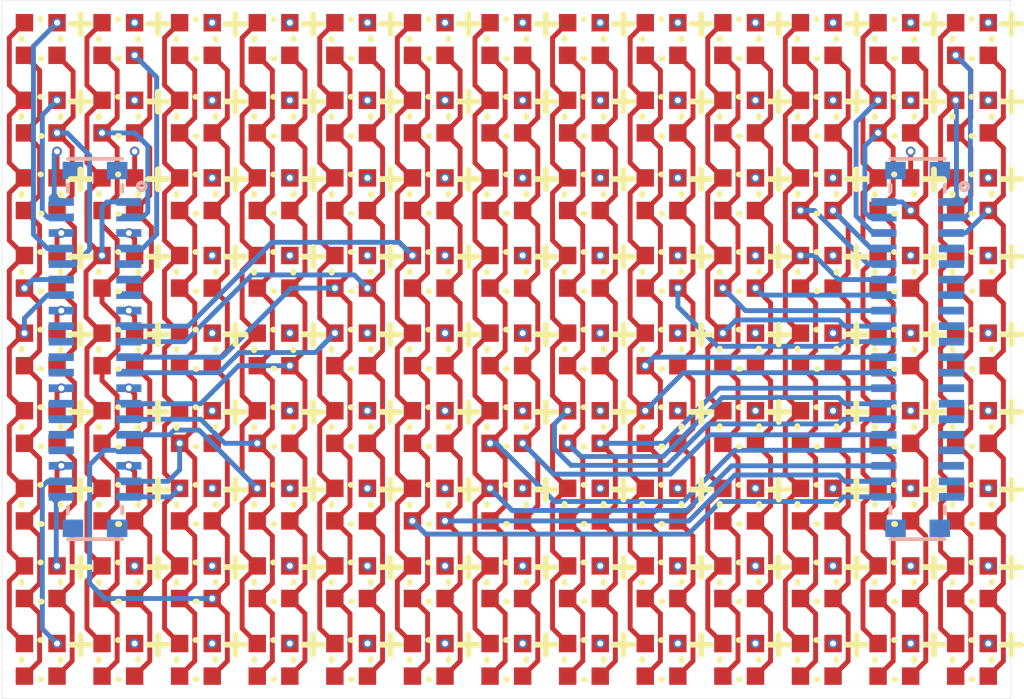
<source format=kicad_pcb>
(kicad_pcb (version 20241229) (generator "pcbnew") (generator_version "9.0")
  (layers (0 "F.Cu" signal) (4 "In1.Cu" signal) (6 "In2.Cu" signal) (2 "B.Cu" signal) (13 "F.Paste" user) (15 "B.Paste" user) (5 "F.SilkS" user "F.Silkscreen") (7 "B.SilkS" user "B.Silkscreen") (1 "F.Mask" user) (3 "B.Mask" user) (25 "Edge.Cuts" user))
  (net 0 "")
  (net 2 "SW1")
  (net 3 "SW3")
  (net 4 "SW5")
  (net 5 "SW2")
  (net 6 "SW7")
  (net 7 "SW9")
  (net 8 "SW4")
  (net 9 "SW8")
  (net 10 "SW6")
  (net 11 "S1")
  (net 12 "S2")
  (net 13 "S3")
  (net 14 "S6")
  (net 15 "S5")
  (net 16 "S4")
  (net 17 "S9")
  (net 18 "S8")
  (net 19 "S7")
  (net 20 "S18")
  (net 21 "S17")
  (net 22 "S16")
  (net 24 "S15")
  (net 25 "S14")
  (net 26 "S13")
  (net 27 "S12")
  (net 28 "S11")
  (net 29 "S10")
  (net 30 "S27")
  (net 31 "S26")
  (net 32 "S25")
  (net 33 "S24")
  (net 34 "S23")
  (net 35 "S22")
  (net 36 "S21")
  (net 37 "S20")
  (net 38 "S19")
  (net 39 "S36")
  (net 40 "S35")
  (net 42 "S34")
  (net 43 "S33")
  (net 44 "S32")
  (net 45 "S31")
  (net 46 "S30")
  (net 47 "S29")
  (net 48 "S28")
  (net 49 "S39")
  (net 51 "S38")
  (net 78 "S37")
  (footprint "easyeda2kicad:LED-SMD_4P-L1.0-W1.0-TR_1" (layer "F.Cu") (at 99 59)
    (property "Reference" "U39" (hide yes))
    (property "Value" "XL-B1010RGBT-HF" (hide yes))
  )
  (footprint "easyeda2kicad:LED-SMD_4P-L1.0-W1.0-TR_1" (layer "F.Cu") (at 103 53)
    (property "Reference" "U58" (hide yes))
    (property "Value" "XL-B1010RGBT-HF" (hide yes))
  )
  (footprint "easyeda2kicad:LED-SMD_4P-L1.0-W1.0-TR_1" (layer "F.Cu") (at 101 63)
    (property "Reference" "U44" (hide yes))
    (property "Value" "XL-B1010RGBT-HF" (hide yes))
  )
  (footprint "easyeda2kicad:LED-SMD_4P-L1.0-W1.0-TR_1" (layer "F.Cu") (at 93 63)
    (property "Reference" "U16" (hide yes))
    (property "Value" "XL-B1010RGBT-HF" (hide yes))
  )
  (footprint "easyeda2kicad:LED-SMD_4P-L1.0-W1.0-TR_1" (layer "F.Cu") (at 95 63)
    (property "Reference" "U25" (hide yes))
    (property "Value" "XL-B1010RGBT-HF" (hide yes))
  )
  (footprint "easyeda2kicad:LED-SMD_4P-L1.0-W1.0-TR_1" (layer "F.Cu") (at 109 67)
    (property "Reference" "U106" (hide yes))
    (property "Value" "XL-B1010RGBT-HF" (hide yes))
  )
  (footprint "easyeda2kicad:LED-SMD_4P-L1.0-W1.0-TR_1" (layer "F.Cu") (at 97 69)
    (property "Reference" "U55" (hide yes))
    (property "Value" "XL-B1010RGBT-HF" (hide yes))
  )
  (footprint "easyeda2kicad:LED-SMD_4P-L1.0-W1.0-TR_1" (layer "F.Cu") (at 109 69)
    (property "Reference" "U109" (hide yes))
    (property "Value" "XL-B1010RGBT-HF" (hide yes))
  )
  (footprint "easyeda2kicad:LED-SMD_4P-L1.0-W1.0-TR_1" (layer "F.Cu") (at 107 53)
    (property "Reference" "U56" (hide yes))
    (property "Value" "XL-B1010RGBT-HF" (hide yes))
  )
  (footprint "easyeda2kicad:LED-SMD_4P-L1.0-W1.0-TR_1" (layer "F.Cu") (at 99 55)
    (property "Reference" "U33" (hide yes))
    (property "Value" "XL-B1010RGBT-HF" (hide yes))
  )
  (footprint "easyeda2kicad:LED-SMD_4P-L1.0-W1.0-TR_1" (layer "F.Cu") (at 101 59)
    (property "Reference" "U38" (hide yes))
    (property "Value" "XL-B1010RGBT-HF" (hide yes))
  )
  (footprint "easyeda2kicad:LED-SMD_4P-L1.0-W1.0-TR_1" (layer "F.Cu") (at 105 57)
    (property "Reference" "U63" (hide yes))
    (property "Value" "XL-B1010RGBT-HF" (hide yes))
  )
  (footprint "easyeda2kicad:LED-SMD_4P-L1.0-W1.0-TR_1" (layer "F.Cu") (at 103 65)
    (property "Reference" "U76" (hide yes))
    (property "Value" "XL-B1010RGBT-HF" (hide yes))
  )
  (footprint "easyeda2kicad:LED-SMD_4P-L1.0-W1.0-TR_1" (layer "F.Cu") (at 109 65)
    (property "Reference" "U103" (hide yes))
    (property "Value" "XL-B1010RGBT-HF" (hide yes))
  )
  (footprint "easyeda2kicad:LED-SMD_4P-L1.0-W1.0-TR_1" (layer "F.Cu") (at 91 53)
    (property "Reference" "U2" (hide yes))
    (property "Value" "XL-B1010RGBT-HF" (hide yes))
  )
  (footprint "easyeda2kicad:LED-SMD_4P-L1.0-W1.0-TR_1" (layer "F.Cu") (at 107 59)
    (property "Reference" "U65" (hide yes))
    (property "Value" "XL-B1010RGBT-HF" (hide yes))
  )
  (footprint "easyeda2kicad:LED-SMD_4P-L1.0-W1.0-TR_1" (layer "F.Cu") (at 105 69)
    (property "Reference" "U81" (hide yes))
    (property "Value" "XL-B1010RGBT-HF" (hide yes))
  )
  (footprint "easyeda2kicad:LED-SMD_4P-L1.0-W1.0-TR_1" (layer "F.Cu") (at 93 67)
    (property "Reference" "U18" (hide yes))
    (property "Value" "XL-B1010RGBT-HF" (hide yes))
  )
  (footprint "easyeda2kicad:LED-SMD_4P-L1.0-W1.0-TR_1" (layer "F.Cu") (at 111 63)
    (property "Reference" "U99" (hide yes))
    (property "Value" "XL-B1010RGBT-HF" (hide yes))
  )
  (footprint "easyeda2kicad:LED-SMD_4P-L1.0-W1.0-TR_1" (layer "F.Cu") (at 97 59)
    (property "Reference" "U40" (hide yes))
    (property "Value" "XL-B1010RGBT-HF" (hide yes))
  )
  (footprint "easyeda2kicad:LED-SMD_4P-L1.0-W1.0-TR_1" (layer "F.Cu") (at 113 59)
    (property "Reference" "U92" (hide yes))
    (property "Value" "XL-B1010RGBT-HF" (hide yes))
  )
  (footprint "easyeda2kicad:LED-SMD_4P-L1.0-W1.0-TR_1" (layer "F.Cu") (at 113 67)
    (property "Reference" "U104" (hide yes))
    (property "Value" "XL-B1010RGBT-HF" (hide yes))
  )
  (footprint "easyeda2kicad:LED-SMD_4P-L1.0-W1.0-TR_1" (layer "F.Cu") (at 99 67)
    (property "Reference" "U51" (hide yes))
    (property "Value" "XL-B1010RGBT-HF" (hide yes))
  )
  (footprint "easyeda2kicad:LED-SMD_4P-L1.0-W1.0-TR_1" (layer "F.Cu") (at 103 67)
    (property "Reference" "U79" (hide yes))
    (property "Value" "XL-B1010RGBT-HF" (hide yes))
  )
  (footprint "easyeda2kicad:LED-SMD_4P-L1.0-W1.0-TR_1" (layer "F.Cu") (at 95 53)
    (property "Reference" "U20" (hide yes))
    (property "Value" "XL-B1010RGBT-HF" (hide yes))
  )
  (footprint "easyeda2kicad:LED-SMD_4P-L1.0-W1.0-TR_1" (layer "F.Cu") (at 103 69)
    (property "Reference" "U82" (hide yes))
    (property "Value" "XL-B1010RGBT-HF" (hide yes))
  )
  (footprint "easyeda2kicad:LED-SMD_4P-L1.0-W1.0-TR_1" (layer "F.Cu") (at 113 57)
    (property "Reference" "U89" (hide yes))
    (property "Value" "XL-B1010RGBT-HF" (hide yes))
  )
  (footprint "easyeda2kicad:LED-SMD_4P-L1.0-W1.0-TR_1" (layer "F.Cu") (at 103 61)
    (property "Reference" "U70" (hide yes))
    (property "Value" "XL-B1010RGBT-HF" (hide yes))
  )
  (footprint "easyeda2kicad:LED-SMD_4P-L1.0-W1.0-TR_1" (layer "F.Cu") (at 101 53)
    (property "Reference" "U29" (hide yes))
    (property "Value" "XL-B1010RGBT-HF" (hide yes))
  )
  (footprint "easyeda2kicad:LED-SMD_4P-L1.0-W1.0-TR_1" (layer "F.Cu") (at 109 59)
    (property "Reference" "U94" (hide yes))
    (property "Value" "XL-B1010RGBT-HF" (hide yes))
  )
  (footprint "easyeda2kicad:LED-SMD_4P-L1.0-W1.0-TR_1" (layer "F.Cu") (at 97 55)
    (property "Reference" "U34" (hide yes))
    (property "Value" "XL-B1010RGBT-HF" (hide yes))
  )
  (footprint "easyeda2kicad:LED-SMD_4P-L1.0-W1.0-TR_1" (layer "F.Cu") (at 115 57)
    (property "Reference" "U112" (hide yes))
    (property "Value" "XL-B1010RGBT-HF" (hide yes))
  )
  (footprint "easyeda2kicad:LED-SMD_4P-L1.0-W1.0-TR_1" (layer "F.Cu") (at 91 57)
    (property "Reference" "U4" (hide yes))
    (property "Value" "XL-B1010RGBT-HF" (hide yes))
  )
  (footprint "easyeda2kicad:LED-SMD_4P-L1.0-W1.0-TR_1" (layer "F.Cu") (at 107 61)
    (property "Reference" "U68" (hide yes))
    (property "Value" "XL-B1010RGBT-HF" (hide yes))
  )
  (footprint "easyeda2kicad:LED-SMD_4P-L1.0-W1.0-TR_1" (layer "F.Cu") (at 113 61)
    (property "Reference" "U95" (hide yes))
    (property "Value" "XL-B1010RGBT-HF" (hide yes))
  )
  (footprint "easyeda2kicad:LED-SMD_4P-L1.0-W1.0-TR_1" (layer "F.Cu") (at 115 69)
    (property "Reference" "U118" (hide yes))
    (property "Value" "XL-B1010RGBT-HF" (hide yes))
  )
  (footprint "easyeda2kicad:LED-SMD_4P-L1.0-W1.0-TR_1" (layer "F.Cu") (at 105 61)
    (property "Reference" "U69" (hide yes))
    (property "Value" "XL-B1010RGBT-HF" (hide yes))
  )
  (footprint "easyeda2kicad:LED-SMD_4P-L1.0-W1.0-TR_1" (layer "F.Cu") (at 101 61)
    (property "Reference" "U41" (hide yes))
    (property "Value" "XL-B1010RGBT-HF" (hide yes))
  )
  (footprint "easyeda2kicad:LED-SMD_4P-L1.0-W1.0-TR_1" (layer "F.Cu") (at 103 63)
    (property "Reference" "U73" (hide yes))
    (property "Value" "XL-B1010RGBT-HF" (hide yes))
  )
  (footprint "easyeda2kicad:LED-SMD_4P-L1.0-W1.0-TR_1" (layer "F.Cu") (at 107 65)
    (property "Reference" "U74" (hide yes))
    (property "Value" "XL-B1010RGBT-HF" (hide yes))
  )
  (footprint "easyeda2kicad:LED-SMD_4P-L1.0-W1.0-TR_1" (layer "F.Cu") (at 115 63)
    (property "Reference" "U115" (hide yes))
    (property "Value" "XL-B1010RGBT-HF" (hide yes))
  )
  (footprint "easyeda2kicad:LED-SMD_4P-L1.0-W1.0-TR_1" (layer "F.Cu") (at 113 63)
    (property "Reference" "U98" (hide yes))
    (property "Value" "XL-B1010RGBT-HF" (hide yes))
  )
  (footprint "easyeda2kicad:LED-SMD_4P-L1.0-W1.0-TR_1" (layer "F.Cu") (at 103 57)
    (property "Reference" "U64" (hide yes))
    (property "Value" "XL-B1010RGBT-HF" (hide yes))
  )
  (footprint "easyeda2kicad:LED-SMD_4P-L1.0-W1.0-TR_1" (layer "F.Cu") (at 111 57)
    (property "Reference" "U90" (hide yes))
    (property "Value" "XL-B1010RGBT-HF" (hide yes))
  )
  (footprint "easyeda2kicad:LED-SMD_4P-L1.0-W1.0-TR_1" (layer "F.Cu") (at 107 57)
    (property "Reference" "U62" (hide yes))
    (property "Value" "XL-B1010RGBT-HF" (hide yes))
  )
  (footprint "easyeda2kicad:LED-SMD_4P-L1.0-W1.0-TR_1" (layer "F.Cu") (at 115 55)
    (property "Reference" "U111" (hide yes))
    (property "Value" "XL-B1010RGBT-HF" (hide yes))
  )
  (footprint "easyeda2kicad:LED-SMD_4P-L1.0-W1.0-TR_1" (layer "F.Cu") (at 93 65)
    (property "Reference" "U17" (hide yes))
    (property "Value" "XL-B1010RGBT-HF" (hide yes))
  )
  (footprint "easyeda2kicad:LED-SMD_4P-L1.0-W1.0-TR_1" (layer "F.Cu") (at 111 55)
    (property "Reference" "U87" (hide yes))
    (property "Value" "XL-B1010RGBT-HF" (hide yes))
  )
  (footprint "easyeda2kicad:LED-SMD_4P-L1.0-W1.0-TR_1" (layer "F.Cu") (at 109 57)
    (property "Reference" "U91" (hide yes))
    (property "Value" "XL-B1010RGBT-HF" (hide yes))
  )
  (footprint "easyeda2kicad:LED-SMD_4P-L1.0-W1.0-TR_1" (layer "F.Cu") (at 111 61)
    (property "Reference" "U96" (hide yes))
    (property "Value" "XL-B1010RGBT-HF" (hide yes))
  )
  (footprint "easyeda2kicad:LED-SMD_4P-L1.0-W1.0-TR_1" (layer "F.Cu") (at 101 65)
    (property "Reference" "U47" (hide yes))
    (property "Value" "XL-B1010RGBT-HF" (hide yes))
  )
  (footprint "easyeda2kicad:LED-SMD_4P-L1.0-W1.0-TR_1" (layer "F.Cu") (at 91 55)
    (property "Reference" "U3" (hide yes))
    (property "Value" "XL-B1010RGBT-HF" (hide yes))
  )
  (footprint "easyeda2kicad:LED-SMD_4P-L1.0-W1.0-TR_1" (layer "F.Cu") (at 99 63)
    (property "Reference" "U45" (hide yes))
    (property "Value" "XL-B1010RGBT-HF" (hide yes))
  )
  (footprint "easyeda2kicad:LED-SMD_4P-L1.0-W1.0-TR_1" (layer "F.Cu") (at 91 67)
    (property "Reference" "U9" (hide yes))
    (property "Value" "XL-B1010RGBT-HF" (hide yes))
  )
  (footprint "easyeda2kicad:LED-SMD_4P-L1.0-W1.0-TR_1" (layer "F.Cu") (at 95 55)
    (property "Reference" "U21" (hide yes))
    (property "Value" "XL-B1010RGBT-HF" (hide yes))
  )
  (footprint "easyeda2kicad:LED-SMD_4P-L1.0-W1.0-TR_1" (layer "F.Cu") (at 105 65)
    (property "Reference" "U75" (hide yes))
    (property "Value" "XL-B1010RGBT-HF" (hide yes))
  )
  (footprint "easyeda2kicad:LED-SMD_4P-L1.0-W1.0-TR_1" (layer "F.Cu") (at 109 63)
    (property "Reference" "U100" (hide yes))
    (property "Value" "XL-B1010RGBT-HF" (hide yes))
  )
  (footprint "easyeda2kicad:LED-SMD_4P-L1.0-W1.0-TR_1" (layer "F.Cu") (at 105 63)
    (property "Reference" "U72" (hide yes))
    (property "Value" "XL-B1010RGBT-HF" (hide yes))
  )
  (footprint "easyeda2kicad:LED-SMD_4P-L1.0-W1.0-TR_1" (layer "F.Cu") (at 99 57)
    (property "Reference" "U36" (hide yes))
    (property "Value" "XL-B1010RGBT-HF" (hide yes))
  )
  (footprint "easyeda2kicad:LED-SMD_4P-L1.0-W1.0-TR_1" (layer "F.Cu") (at 95 65)
    (property "Reference" "U26" (hide yes))
    (property "Value" "XL-B1010RGBT-HF" (hide yes))
  )
  (footprint "easyeda2kicad:LED-SMD_4P-L1.0-W1.0-TR_1" (layer "F.Cu") (at 115 67)
    (property "Reference" "U117" (hide yes))
    (property "Value" "XL-B1010RGBT-HF" (hide yes))
  )
  (footprint "easyeda2kicad:LED-SMD_4P-L1.0-W1.0-TR_1" (layer "F.Cu") (at 115 65)
    (property "Reference" "U116" (hide yes))
    (property "Value" "XL-B1010RGBT-HF" (hide yes))
  )
  (footprint "easyeda2kicad:LED-SMD_4P-L1.0-W1.0-TR_1" (layer "F.Cu") (at 107 63)
    (property "Reference" "U71" (hide yes))
    (property "Value" "XL-B1010RGBT-HF" (hide yes))
  )
  (footprint "easyeda2kicad:LED-SMD_4P-L1.0-W1.0-TR_1" (layer "F.Cu") (at 107 55)
    (property "Reference" "U59" (hide yes))
    (property "Value" "XL-B1010RGBT-HF" (hide yes))
  )
  (footprint "easyeda2kicad:LED-SMD_4P-L1.0-W1.0-TR_1" (layer "F.Cu") (at 101 55)
    (property "Reference" "U32" (hide yes))
    (property "Value" "XL-B1010RGBT-HF" (hide yes))
  )
  (footprint "easyeda2kicad:LED-SMD_4P-L1.0-W1.0-TR_1" (layer "F.Cu") (at 99 53)
    (property "Reference" "U30" (hide yes))
    (property "Value" "XL-B1010RGBT-HF" (hide yes))
  )
  (footprint "easyeda2kicad:LED-SMD_4P-L1.0-W1.0-TR_1" (layer "F.Cu") (at 101 67)
    (property "Reference" "U50" (hide yes))
    (property "Value" "XL-B1010RGBT-HF" (hide yes))
  )
  (footprint "easyeda2kicad:LED-SMD_4P-L1.0-W1.0-TR_1" (layer "F.Cu") (at 111 65)
    (property "Reference" "U102" (hide yes))
    (property "Value" "XL-B1010RGBT-HF" (hide yes))
  )
  (footprint "easyeda2kicad:LED-SMD_4P-L1.0-W1.0-TR_1" (layer "F.Cu") (at 99 69)
    (property "Reference" "U54" (hide yes))
    (property "Value" "XL-B1010RGBT-HF" (hide yes))
  )
  (footprint "easyeda2kicad:LED-SMD_4P-L1.0-W1.0-TR_1" (layer "F.Cu") (at 101 69)
    (property "Reference" "U53" (hide yes))
    (property "Value" "XL-B1010RGBT-HF" (hide yes))
  )
  (footprint "easyeda2kicad:LED-SMD_4P-L1.0-W1.0-TR_1" (layer "F.Cu") (at 115 61)
    (property "Reference" "U114" (hide yes))
    (property "Value" "XL-B1010RGBT-HF" (hide yes))
  )
  (footprint "easyeda2kicad:LED-SMD_4P-L1.0-W1.0-TR_1" (layer "F.Cu") (at 91 65)
    (property "Reference" "U8" (hide yes))
    (property "Value" "XL-B1010RGBT-HF" (hide yes))
  )
  (footprint "easyeda2kicad:LED-SMD_4P-L1.0-W1.0-TR_1" (layer "F.Cu") (at 101 57)
    (property "Reference" "U35" (hide yes))
    (property "Value" "XL-B1010RGBT-HF" (hide yes))
  )
  (footprint "easyeda2kicad:LED-SMD_4P-L1.0-W1.0-TR_1" (layer "F.Cu") (at 115 53)
    (property "Reference" "U110" (hide yes))
    (property "Value" "XL-B1010RGBT-HF" (hide yes))
  )
  (footprint "easyeda2kicad:LED-SMD_4P-L1.0-W1.0-TR_1" (layer "F.Cu") (at 111 67)
    (property "Reference" "U105" (hide yes))
    (property "Value" "XL-B1010RGBT-HF" (hide yes))
  )
  (footprint "easyeda2kicad:LED-SMD_4P-L1.0-W1.0-TR_1" (layer "F.Cu") (at 93 53)
    (property "Reference" "U11" (hide yes))
    (property "Value" "XL-B1010RGBT-HF" (hide yes))
  )
  (footprint "easyeda2kicad:LED-SMD_4P-L1.0-W1.0-TR_1" (layer "F.Cu") (at 95 61)
    (property "Reference" "U24" (hide yes))
    (property "Value" "XL-B1010RGBT-HF" (hide yes))
  )
  (footprint "easyeda2kicad:LED-SMD_4P-L1.0-W1.0-TR_1" (layer "F.Cu") (at 107 69)
    (property "Reference" "U80" (hide yes))
    (property "Value" "XL-B1010RGBT-HF" (hide yes))
  )
  (footprint "easyeda2kicad:LED-SMD_4P-L1.0-W1.0-TR_1" (layer "F.Cu") (at 111 59)
    (property "Reference" "U93" (hide yes))
    (property "Value" "XL-B1010RGBT-HF" (hide yes))
  )
  (footprint "easyeda2kicad:LED-SMD_4P-L1.0-W1.0-TR_1" (layer "F.Cu") (at 95 69)
    (property "Reference" "U28" (hide yes))
    (property "Value" "XL-B1010RGBT-HF" (hide yes))
  )
  (footprint "easyeda2kicad:LED-SMD_4P-L1.0-W1.0-TR_1" (layer "F.Cu") (at 105 67)
    (property "Reference" "U78" (hide yes))
    (property "Value" "XL-B1010RGBT-HF" (hide yes))
  )
  (footprint "easyeda2kicad:LED-SMD_4P-L1.0-W1.0-TR_1" (layer "F.Cu") (at 95 57)
    (property "Reference" "U22" (hide yes))
    (property "Value" "XL-B1010RGBT-HF" (hide yes))
  )
  (footprint "easyeda2kicad:LED-SMD_4P-L1.0-W1.0-TR_1" (layer "F.Cu") (at 113 55)
    (property "Reference" "U86" (hide yes))
    (property "Value" "XL-B1010RGBT-HF" (hide yes))
  )
  (footprint "easyeda2kicad:LED-SMD_4P-L1.0-W1.0-TR_1" (layer "F.Cu") (at 111 69)
    (property "Reference" "U108" (hide yes))
    (property "Value" "XL-B1010RGBT-HF" (hide yes))
  )
  (footprint "easyeda2kicad:LED-SMD_4P-L1.0-W1.0-TR_1" (layer "F.Cu") (at 91 61)
    (property "Reference" "U6" (hide yes))
    (property "Value" "XL-B1010RGBT-HF" (hide yes))
  )
  (footprint "easyeda2kicad:LED-SMD_4P-L1.0-W1.0-TR_1" (layer "F.Cu") (at 105 53)
    (property "Reference" "U57" (hide yes))
    (property "Value" "XL-B1010RGBT-HF" (hide yes))
  )
  (footprint "easyeda2kicad:LED-SMD_4P-L1.0-W1.0-TR_1" (layer "F.Cu") (at 105 59)
    (property "Reference" "U66" (hide yes))
    (property "Value" "XL-B1010RGBT-HF" (hide yes))
  )
  (footprint "easyeda2kicad:LED-SMD_4P-L1.0-W1.0-TR_1" (layer "F.Cu") (at 91 69)
    (property "Reference" "U10" (hide yes))
    (property "Value" "XL-B1010RGBT-HF" (hide yes))
  )
  (footprint "easyeda2kicad:LED-SMD_4P-L1.0-W1.0-TR_1" (layer "F.Cu") (at 111 53)
    (property "Reference" "U84" (hide yes))
    (property "Value" "XL-B1010RGBT-HF" (hide yes))
  )
  (footprint "easyeda2kicad:LED-SMD_4P-L1.0-W1.0-TR_1" (layer "F.Cu") (at 109 55)
    (property "Reference" "U88" (hide yes))
    (property "Value" "XL-B1010RGBT-HF" (hide yes))
  )
  (footprint "easyeda2kicad:LED-SMD_4P-L1.0-W1.0-TR_1" (layer "F.Cu") (at 99 61)
    (property "Reference" "U42" (hide yes))
    (property "Value" "XL-B1010RGBT-HF" (hide yes))
  )
  (footprint "easyeda2kicad:LED-SMD_4P-L1.0-W1.0-TR_1" (layer "F.Cu") (at 97 53)
    (property "Reference" "U31" (hide yes))
    (property "Value" "XL-B1010RGBT-HF" (hide yes))
  )
  (footprint "easyeda2kicad:LED-SMD_4P-L1.0-W1.0-TR_1" (layer "F.Cu") (at 109 53)
    (property "Reference" "U85" (hide yes))
    (property "Value" "XL-B1010RGBT-HF" (hide yes))
  )
  (footprint "easyeda2kicad:LED-SMD_4P-L1.0-W1.0-TR_1" (layer "F.Cu") (at 95 67)
    (property "Reference" "U27" (hide yes))
    (property "Value" "XL-B1010RGBT-HF" (hide yes))
  )
  (footprint "easyeda2kicad:LED-SMD_4P-L1.0-W1.0-TR_1" (layer "F.Cu") (at 95 59)
    (property "Reference" "U23" (hide yes))
    (property "Value" "XL-B1010RGBT-HF" (hide yes))
  )
  (footprint "easyeda2kicad:LED-SMD_4P-L1.0-W1.0-TR_1" (layer "F.Cu") (at 97 57)
    (property "Reference" "U37" (hide yes))
    (property "Value" "XL-B1010RGBT-HF" (hide yes))
  )
  (footprint "easyeda2kicad:LED-SMD_4P-L1.0-W1.0-TR_1" (layer "F.Cu") (at 103 59)
    (property "Reference" "U67" (hide yes))
    (property "Value" "XL-B1010RGBT-HF" (hide yes))
  )
  (footprint "easyeda2kicad:LED-SMD_4P-L1.0-W1.0-TR_1" (layer "F.Cu") (at 93 55)
    (property "Reference" "U12" (hide yes))
    (property "Value" "XL-B1010RGBT-HF" (hide yes))
  )
  (footprint "easyeda2kicad:LED-SMD_4P-L1.0-W1.0-TR_1" (layer "F.Cu") (at 91 63)
    (property "Reference" "U7" (hide yes))
    (property "Value" "XL-B1010RGBT-HF" (hide yes))
  )
  (footprint "easyeda2kicad:LED-SMD_4P-L1.0-W1.0-TR_1" (layer "F.Cu") (at 103 55)
    (property "Reference" "U61" (hide yes))
    (property "Value" "XL-B1010RGBT-HF" (hide yes))
  )
  (footprint "easyeda2kicad:LED-SMD_4P-L1.0-W1.0-TR_1" (layer "F.Cu") (at 115 59)
    (property "Reference" "U113" (hide yes))
    (property "Value" "XL-B1010RGBT-HF" (hide yes))
  )
  (footprint "easyeda2kicad:LED-SMD_4P-L1.0-W1.0-TR_1" (layer "F.Cu") (at 109 61)
    (property "Reference" "U97" (hide yes))
    (property "Value" "XL-B1010RGBT-HF" (hide yes))
  )
  (footprint "easyeda2kicad:LED-SMD_4P-L1.0-W1.0-TR_1" (layer "F.Cu") (at 113 65)
    (property "Reference" "U101" (hide yes))
    (property "Value" "XL-B1010RGBT-HF" (hide yes))
  )
  (footprint "easyeda2kicad:LED-SMD_4P-L1.0-W1.0-TR_1" (layer "F.Cu") (at 99 65)
    (property "Reference" "U48" (hide yes))
    (property "Value" "XL-B1010RGBT-HF" (hide yes))
  )
  (footprint "easyeda2kicad:LED-SMD_4P-L1.0-W1.0-TR_1" (layer "F.Cu") (at 93 61)
    (property "Reference" "U15" (hide yes))
    (property "Value" "XL-B1010RGBT-HF" (hide yes))
  )
  (footprint "easyeda2kicad:LED-SMD_4P-L1.0-W1.0-TR_1" (layer "F.Cu") (at 97 61)
    (property "Reference" "U43" (hide yes))
    (property "Value" "XL-B1010RGBT-HF" (hide yes))
  )
  (footprint "easyeda2kicad:LED-SMD_4P-L1.0-W1.0-TR_1" (layer "F.Cu") (at 107 67)
    (property "Reference" "U77" (hide yes))
    (property "Value" "XL-B1010RGBT-HF" (hide yes))
  )
  (footprint "easyeda2kicad:LED-SMD_4P-L1.0-W1.0-TR_1" (layer "F.Cu") (at 97 67)
    (property "Reference" "U52" (hide yes))
    (property "Value" "XL-B1010RGBT-HF" (hide yes))
  )
  (footprint "easyeda2kicad:LED-SMD_4P-L1.0-W1.0-TR_1" (layer "F.Cu") (at 97 65)
    (property "Reference" "U49" (hide yes))
    (property "Value" "XL-B1010RGBT-HF" (hide yes))
  )
  (footprint "easyeda2kicad:LED-SMD_4P-L1.0-W1.0-TR_1" (layer "F.Cu") (at 105 55)
    (property "Reference" "U60" (hide yes))
    (property "Value" "XL-B1010RGBT-HF" (hide yes))
  )
  (footprint "easyeda2kicad:LED-SMD_4P-L1.0-W1.0-TR_1" (layer "F.Cu") (at 113 53)
    (property "Reference" "U83" (hide yes))
    (property "Value" "XL-B1010RGBT-HF" (hide yes))
  )
  (footprint "easyeda2kicad:LED-SMD_4P-L1.0-W1.0-TR_1" (layer "F.Cu") (at 93 57)
    (property "Reference" "U13" (hide yes))
    (property "Value" "XL-B1010RGBT-HF" (hide yes))
  )
  (footprint "easyeda2kicad:LED-SMD_4P-L1.0-W1.0-TR_1" (layer "F.Cu") (at 97 63)
    (property "Reference" "U46" (hide yes))
    (property "Value" "XL-B1010RGBT-HF" (hide yes))
  )
  (footprint "easyeda2kicad:LED-SMD_4P-L1.0-W1.0-TR_1" (layer "F.Cu") (at 113 69)
    (property "Reference" "U107" (hide yes))
    (property "Value" "XL-B1010RGBT-HF" (hide yes))
  )
  (footprint "easyeda2kicad:LED-SMD_4P-L1.0-W1.0-TR_1" (layer "F.Cu") (at 91 59)
    (property "Reference" "U5" (hide yes))
    (property "Value" "XL-B1010RGBT-HF" (hide yes))
  )
  (footprint "easyeda2kicad:LED-SMD_4P-L1.0-W1.0-TR_1" (layer "F.Cu") (at 93 69)
    (property "Reference" "U19" (hide yes))
    (property "Value" "XL-B1010RGBT-HF" (hide yes))
  )
  (footprint "easyeda2kicad:LED-SMD_4P-L1.0-W1.0-TR_1" (layer "F.Cu") (at 93 59)
    (property "Reference" "U14" (hide yes))
    (property "Value" "XL-B1010RGBT-HF" (hide yes))
  )
  (footprint "easyeda2kicad:CONN-SMD_40P-P0.40_OK-14GM040-04" (layer "B.Cu") (at 92.4 61 -90)
    (property "Reference" "CN4" (hide yes))
    (property "Value" "AXE640124D" (hide yes))
  )
  (footprint "easyeda2kicad:CONN-SMD_40P-P0.40_OK-14GM040-04" (layer "B.Cu") (at 113.6 61 -90)
    (property "Reference" "CN3" (hide yes))
    (property "Value" "AXE640124D" (hide yes))
  )
  (gr_line (start 90 52) (end 90 70) (stroke (width 0.01)) (layer "Edge.Cuts"))
  (gr_line (start 116 52) (end 116 70) (stroke (width 0.01)) (layer "Edge.Cuts"))
  (gr_line (start 116 70) (end 90 70) (stroke (width 0.01)) (layer "Edge.Cuts"))
  (gr_line (start 90 52) (end 116 52) (stroke (width 0.01)) (layer "Edge.Cuts"))
  (via (at 113.42 52.58) (size 0.25) (drill 0.15) (layers "F.Cu" "B.Cu") (net 2))
  (via (at 103.42 52.58) (size 0.25) (drill 0.15) (layers "F.Cu" "B.Cu") (net 2))
  (via (at 97.42 52.58) (size 0.25) (drill 0.15) (layers "F.Cu" "B.Cu") (net 2))
  (via (at 107.42 52.58) (size 0.25) (drill 0.15) (layers "F.Cu" "B.Cu") (net 2))
  (via (at 105.42 52.58) (size 0.25) (drill 0.15) (layers "F.Cu" "B.Cu") (net 2))
  (via (at 109.42 52.58) (size 0.25) (drill 0.15) (layers "F.Cu" "B.Cu") (net 2))
  (via (at 93.42 52.58) (size 0.25) (drill 0.15) (layers "F.Cu" "B.Cu") (net 2))
  (via (at 115.42 52.58) (size 0.25) (drill 0.15) (layers "F.Cu" "B.Cu") (net 2))
  (via (at 101.42 52.58) (size 0.25) (drill 0.15) (layers "F.Cu" "B.Cu") (net 2))
  (via (at 91.42 52.58) (size 0.25) (drill 0.15) (layers "F.Cu" "B.Cu") (net 2))
  (via (at 111.42 52.58) (size 0.25) (drill 0.15) (layers "F.Cu" "B.Cu") (net 2))
  (via (at 95.42 52.58) (size 0.25) (drill 0.15) (layers "F.Cu" "B.Cu") (net 2))
  (via (at 99.42 52.58) (size 0.25) (drill 0.15) (layers "F.Cu" "B.Cu") (net 2))
  (segment (start 91.176 58.4) (end 90.8125 58.0365) (width 0.127) (layer "B.Cu") (net 2))
  (segment (start 91.53 58.4) (end 91.176 58.4) (width 0.127) (layer "B.Cu") (net 2))
  (segment (start 90.8125 58.0365) (end 90.8125 53.1875) (width 0.127) (layer "B.Cu") (net 2))
  (segment (start 90.8125 53.1875) (end 91.42 52.58) (width 0.127) (layer "B.Cu") (net 2))
  (segment (start 93.42 56.58) (end 93.42 55.897252) (width 0.127) (layer "F.Cu") (net 3))
  (segment (start 113.42 56.58) (end 113.42 55.897252) (width 0.127) (layer "F.Cu") (net 3))
  (segment (start 91.42 55.897252) (end 91.42025 55.897002) (width 0.127) (layer "F.Cu") (net 3))
  (segment (start 93.42 55.897252) (end 93.42025 55.897002) (width 0.127) (layer "F.Cu") (net 3))
  (segment (start 113.42 55.897252) (end 113.42025 55.897002) (width 0.127) (layer "F.Cu") (net 3))
  (segment (start 91.42 56.58) (end 91.42 55.897252) (width 0.127) (layer "F.Cu") (net 3))
  (via (at 105.42 56.58) (size 0.25) (drill 0.15) (layers "F.Cu" "B.Cu") (net 3))
  (via (at 107.42 56.58) (size 0.25) (drill 0.15) (layers "F.Cu" "B.Cu") (net 3))
  (via (at 93.42025 55.897002) (size 0.25) (drill 0.15) (layers "F.Cu" "B.Cu") (net 3))
  (via (at 101.42 56.58) (size 0.25) (drill 0.15) (layers "F.Cu" "B.Cu") (net 3))
  (via (at 103.42 56.58) (size 0.25) (drill 0.15) (layers "F.Cu" "B.Cu") (net 3))
  (via (at 109.42 56.58) (size 0.25) (drill 0.15) (layers "F.Cu" "B.Cu") (net 3))
  (via (at 111.42 56.58) (size 0.25) (drill 0.15) (layers "F.Cu" "B.Cu") (net 3))
  (via (at 115.42 56.58) (size 0.25) (drill 0.15) (layers "F.Cu" "B.Cu") (net 3))
  (via (at 113.42025 55.897002) (size 0.25) (drill 0.15) (layers "F.Cu" "B.Cu") (net 3))
  (via (at 99.42 56.58) (size 0.25) (drill 0.15) (layers "F.Cu" "B.Cu") (net 3))
  (via (at 97.42 56.58) (size 0.25) (drill 0.15) (layers "F.Cu" "B.Cu") (net 3))
  (via (at 91.42025 55.897002) (size 0.25) (drill 0.15) (layers "F.Cu" "B.Cu") (net 3))
  (via (at 95.42 56.58) (size 0.25) (drill 0.15) (layers "F.Cu" "B.Cu") (net 3))
  (segment (start 91.34625 57.01625) (end 91.34625 57.15475) (width 0.127) (layer "B.Cu") (net 3))
  (segment (start 91.34625 57.01625) (end 91.34625 55.971002) (width 0.127) (layer "B.Cu") (net 3))
  (segment (start 91.34625 57.01625) (end 91.34625 57.01675) (width 0.127) (layer "B.Cu") (net 3))
  (segment (start 91.3745 57.2) (end 91.53 57.2) (width 0.127) (layer "B.Cu") (net 3))
  (segment (start 91.34625 57.15475) (end 91.48475 57.15475) (width 0.127) (layer "B.Cu") (net 3))
  (segment (start 91.26925 57.09475) (end 91.3745 57.2) (width 0.127) (layer "B.Cu") (net 3))
  (segment (start 91.34625 57.01675) (end 91.26925 57.09375) (width 0.127) (layer "B.Cu") (net 3))
  (segment (start 91.53 57.2) (end 91.34625 57.01625) (width 0.127) (layer "B.Cu") (net 3))
  (segment (start 91.48475 57.15475) (end 91.53 57.2) (width 0.127) (layer "B.Cu") (net 3))
  (segment (start 91.34625 55.971002) (end 91.42025 55.897002) (width 0.127) (layer "B.Cu") (net 3))
  (segment (start 91.26925 57.09375) (end 91.26925 57.09475) (width 0.127) (layer "B.Cu") (net 3))
  (segment (start 91.42 60.11) (end 91.53 60) (width 0.127) (layer "F.Cu") (net 4))
  (segment (start 93.42 60.15) (end 93.27 60) (width 0.127) (layer "F.Cu") (net 4))
  (segment (start 93.42 60.58) (end 93.42 60.15) (width 0.127) (layer "F.Cu") (net 4))
  (segment (start 91.42 60.58) (end 91.42 60.11) (width 0.127) (layer "F.Cu") (net 4))
  (via (at 99.42 60.58) (size 0.25) (drill 0.15) (layers "F.Cu" "B.Cu") (net 4))
  (via (at 111.42 60.58) (size 0.25) (drill 0.15) (layers "F.Cu" "B.Cu") (net 4))
  (via (at 101.42 60.58) (size 0.25) (drill 0.15) (layers "F.Cu" "B.Cu") (net 4))
  (via (at 103.42 60.58) (size 0.25) (drill 0.15) (layers "F.Cu" "B.Cu") (net 4))
  (via (at 115.42 60.58) (size 0.25) (drill 0.15) (layers "F.Cu" "B.Cu") (net 4))
  (via (at 91.53 60) (size 0.25) (drill 0.15) (layers "F.Cu" "B.Cu") (net 4))
  (via (at 109.42 60.58) (size 0.25) (drill 0.15) (layers "F.Cu" "B.Cu") (net 4))
  (via (at 95.42 60.58) (size 0.25) (drill 0.15) (layers "F.Cu" "B.Cu") (net 4))
  (via (at 97.42 60.58) (size 0.25) (drill 0.15) (layers "F.Cu" "B.Cu") (net 4))
  (via (at 93.27 60) (size 0.25) (drill 0.15) (layers "F.Cu" "B.Cu") (net 4))
  (via (at 105.42 60.58) (size 0.25) (drill 0.15) (layers "F.Cu" "B.Cu") (net 4))
  (via (at 107.42 60.58) (size 0.25) (drill 0.15) (layers "F.Cu" "B.Cu") (net 4))
  (via (at 113.42 60.58) (size 0.25) (drill 0.15) (layers "F.Cu" "B.Cu") (net 4))
  (via (at 107.42 54.58) (size 0.25) (drill 0.15) (layers "F.Cu" "B.Cu") (net 5))
  (via (at 113.42 54.58) (size 0.25) (drill 0.15) (layers "F.Cu" "B.Cu") (net 5))
  (via (at 103.42 54.58) (size 0.25) (drill 0.15) (layers "F.Cu" "B.Cu") (net 5))
  (via (at 111.42 54.58) (size 0.25) (drill 0.15) (layers "F.Cu" "B.Cu") (net 5))
  (via (at 93.42 54.58) (size 0.25) (drill 0.15) (layers "F.Cu" "B.Cu") (net 5))
  (via (at 97.42 54.58) (size 0.25) (drill 0.15) (layers "F.Cu" "B.Cu") (net 5))
  (via (at 99.42 54.58) (size 0.25) (drill 0.15) (layers "F.Cu" "B.Cu") (net 5))
  (via (at 115.42 54.58) (size 0.25) (drill 0.15) (layers "F.Cu" "B.Cu") (net 5))
  (via (at 91.42 54.58) (size 0.25) (drill 0.15) (layers "F.Cu" "B.Cu") (net 5))
  (via (at 101.42 54.58) (size 0.25) (drill 0.15) (layers "F.Cu" "B.Cu") (net 5))
  (via (at 95.42 54.58) (size 0.25) (drill 0.15) (layers "F.Cu" "B.Cu") (net 5))
  (via (at 105.42 54.58) (size 0.25) (drill 0.15) (layers "F.Cu" "B.Cu") (net 5))
  (via (at 109.42 54.58) (size 0.25) (drill 0.15) (layers "F.Cu" "B.Cu") (net 5))
  (segment (start 91.53 57.6) (end 91.176 57.6) (width 0.127) (layer "B.Cu") (net 5))
  (segment (start 91.0405 54.9595) (end 91.42 54.58) (width 0.127) (layer "B.Cu") (net 5))
  (segment (start 91.0405 57.4645) (end 91.0405 54.9595) (width 0.127) (layer "B.Cu") (net 5))
  (segment (start 91.176 57.6) (end 91.0405 57.4645) (width 0.127) (layer "B.Cu") (net 5))
  (segment (start 93.42 64.15) (end 93.27 64) (width 0.127) (layer "F.Cu") (net 6))
  (segment (start 91.42 64.11) (end 91.53 64) (width 0.127) (layer "F.Cu") (net 6))
  (segment (start 93.42 64.58) (end 93.42 64.15) (width 0.127) (layer "F.Cu") (net 6))
  (segment (start 91.42 64.58) (end 91.42 64.11) (width 0.127) (layer "F.Cu") (net 6))
  (via (at 99.42 64.58) (size 0.25) (drill 0.15) (layers "F.Cu" "B.Cu") (net 6))
  (via (at 91.53 64) (size 0.25) (drill 0.15) (layers "F.Cu" "B.Cu") (net 6))
  (via (at 107.42 64.58) (size 0.25) (drill 0.15) (layers "F.Cu" "B.Cu") (net 6))
  (via (at 93.27 64) (size 0.25) (drill 0.15) (layers "F.Cu" "B.Cu") (net 6))
  (via (at 95.42 64.58) (size 0.25) (drill 0.15) (layers "F.Cu" "B.Cu") (net 6))
  (via (at 111.42 64.58) (size 0.25) (drill 0.15) (layers "F.Cu" "B.Cu") (net 6))
  (via (at 103.42 64.58) (size 0.25) (drill 0.15) (layers "F.Cu" "B.Cu") (net 6))
  (via (at 115.42 64.58) (size 0.25) (drill 0.15) (layers "F.Cu" "B.Cu") (net 6))
  (via (at 109.42 64.58) (size 0.25) (drill 0.15) (layers "F.Cu" "B.Cu") (net 6))
  (via (at 113.42 64.58) (size 0.25) (drill 0.15) (layers "F.Cu" "B.Cu") (net 6))
  (via (at 101.42 64.58) (size 0.25) (drill 0.15) (layers "F.Cu" "B.Cu") (net 6))
  (via (at 97.42 64.58) (size 0.25) (drill 0.15) (layers "F.Cu" "B.Cu") (net 6))
  (via (at 105.42 64.58) (size 0.25) (drill 0.15) (layers "F.Cu" "B.Cu") (net 6))
  (via (at 97.42 68.58) (size 0.25) (drill 0.15) (layers "F.Cu" "B.Cu") (net 7))
  (via (at 99.42 68.58) (size 0.25) (drill 0.15) (layers "F.Cu" "B.Cu") (net 7))
  (via (at 111.42 68.58) (size 0.25) (drill 0.15) (layers "F.Cu" "B.Cu") (net 7))
  (via (at 107.42 68.58) (size 0.25) (drill 0.15) (layers "F.Cu" "B.Cu") (net 7))
  (via (at 95.42 68.58) (size 0.25) (drill 0.15) (layers "F.Cu" "B.Cu") (net 7))
  (via (at 109.42 68.58) (size 0.25) (drill 0.15) (layers "F.Cu" "B.Cu") (net 7))
  (via (at 93.42 68.58) (size 0.25) (drill 0.15) (layers "F.Cu" "B.Cu") (net 7))
  (via (at 115.42 68.58) (size 0.25) (drill 0.15) (layers "F.Cu" "B.Cu") (net 7))
  (via (at 91.42 68.58) (size 0.25) (drill 0.15) (layers "F.Cu" "B.Cu") (net 7))
  (via (at 113.42 68.58) (size 0.25) (drill 0.15) (layers "F.Cu" "B.Cu") (net 7))
  (via (at 105.42 68.58) (size 0.25) (drill 0.15) (layers "F.Cu" "B.Cu") (net 7))
  (via (at 101.42 68.58) (size 0.25) (drill 0.15) (layers "F.Cu" "B.Cu") (net 7))
  (via (at 103.42 68.58) (size 0.25) (drill 0.15) (layers "F.Cu" "B.Cu") (net 7))
  (segment (start 91.0405 64.5355) (end 91.0405 68.2005) (width 0.127) (layer "B.Cu") (net 7))
  (segment (start 91.0405 68.2005) (end 91.42 68.58) (width 0.127) (layer "B.Cu") (net 7))
  (segment (start 91.176 64.4) (end 91.0405 64.5355) (width 0.127) (layer "B.Cu") (net 7))
  (segment (start 91.53 64.4) (end 91.176 64.4) (width 0.127) (layer "B.Cu") (net 7))
  (segment (start 93.42 58.58) (end 93.42 58.15) (width 0.127) (layer "F.Cu") (net 8))
  (segment (start 91.42 58.58) (end 91.42 58.11) (width 0.127) (layer "F.Cu") (net 8))
  (segment (start 91.42 58.11) (end 91.53 58) (width 0.127) (layer "F.Cu") (net 8))
  (segment (start 93.42 58.15) (end 93.27 58) (width 0.127) (layer "F.Cu") (net 8))
  (via (at 101.42 58.58) (size 0.25) (drill 0.15) (layers "F.Cu" "B.Cu") (net 8))
  (via (at 107.42 58.58) (size 0.25) (drill 0.15) (layers "F.Cu" "B.Cu") (net 8))
  (via (at 103.42 58.58) (size 0.25) (drill 0.15) (layers "F.Cu" "B.Cu") (net 8))
  (via (at 113.42 58.58) (size 0.25) (drill 0.15) (layers "F.Cu" "B.Cu") (net 8))
  (via (at 115.42 58.58) (size 0.25) (drill 0.15) (layers "F.Cu" "B.Cu") (net 8))
  (via (at 97.42 58.58) (size 0.25) (drill 0.15) (layers "F.Cu" "B.Cu") (net 8))
  (via (at 111.42 58.58) (size 0.25) (drill 0.15) (layers "F.Cu" "B.Cu") (net 8))
  (via (at 105.42 58.58) (size 0.25) (drill 0.15) (layers "F.Cu" "B.Cu") (net 8))
  (via (at 91.53 58) (size 0.25) (drill 0.15) (layers "F.Cu" "B.Cu") (net 8))
  (via (at 99.42 58.58) (size 0.25) (drill 0.15) (layers "F.Cu" "B.Cu") (net 8))
  (via (at 93.27 58) (size 0.25) (drill 0.15) (layers "F.Cu" "B.Cu") (net 8))
  (via (at 109.42 58.58) (size 0.25) (drill 0.15) (layers "F.Cu" "B.Cu") (net 8))
  (via (at 95.42 58.58) (size 0.25) (drill 0.15) (layers "F.Cu" "B.Cu") (net 8))
  (via (at 99.42 66.58) (size 0.25) (drill 0.15) (layers "F.Cu" "B.Cu") (net 9))
  (via (at 113.42 66.58) (size 0.25) (drill 0.15) (layers "F.Cu" "B.Cu") (net 9))
  (via (at 97.42 66.58) (size 0.25) (drill 0.15) (layers "F.Cu" "B.Cu") (net 9))
  (via (at 109.42 66.58) (size 0.25) (drill 0.15) (layers "F.Cu" "B.Cu") (net 9))
  (via (at 107.42 66.58) (size 0.25) (drill 0.15) (layers "F.Cu" "B.Cu") (net 9))
  (via (at 95.42 66.58) (size 0.25) (drill 0.15) (layers "F.Cu" "B.Cu") (net 9))
  (via (at 101.42 66.58) (size 0.25) (drill 0.15) (layers "F.Cu" "B.Cu") (net 9))
  (via (at 111.42 66.58) (size 0.25) (drill 0.15) (layers "F.Cu" "B.Cu") (net 9))
  (via (at 93.42 66.58) (size 0.25) (drill 0.15) (layers "F.Cu" "B.Cu") (net 9))
  (via (at 103.42 66.58) (size 0.25) (drill 0.15) (layers "F.Cu" "B.Cu") (net 9))
  (via (at 91.42 66.58) (size 0.25) (drill 0.15) (layers "F.Cu" "B.Cu") (net 9))
  (via (at 115.42 66.58) (size 0.25) (drill 0.15) (layers "F.Cu" "B.Cu") (net 9))
  (via (at 105.42 66.58) (size 0.25) (drill 0.15) (layers "F.Cu" "B.Cu") (net 9))
  (segment (start 91.4005 64.9295) (end 91.4005 66.5605) (width 0.127) (layer "B.Cu") (net 9))
  (segment (start 91.31825 64.84675) (end 91.31825 64.84575) (width 0.127) (layer "B.Cu") (net 9))
  (segment (start 91.31825 64.84575) (end 91.364 64.8) (width 0.127) (layer "B.Cu") (net 9))
  (segment (start 91.4005 64.929) (end 91.31825 64.84675) (width 0.127) (layer "B.Cu") (net 9))
  (segment (start 91.364 64.8) (end 91.53 64.8) (width 0.127) (layer "B.Cu") (net 9))
  (segment (start 91.4005 64.9295) (end 91.4005 64.929) (width 0.127) (layer "B.Cu") (net 9))
  (segment (start 91.4005 66.5605) (end 91.42 66.58) (width 0.127) (layer "B.Cu") (net 9))
  (segment (start 91.53 64.8) (end 91.4005 64.9295) (width 0.127) (layer "B.Cu") (net 9))
  (segment (start 91.42 62.58) (end 91.42 62.11) (width 0.127) (layer "F.Cu") (net 10))
  (segment (start 93.42 62.15) (end 93.27 62) (width 0.127) (layer "F.Cu") (net 10))
  (segment (start 93.42 62.58) (end 93.42 62.15) (width 0.127) (layer "F.Cu") (net 10))
  (segment (start 91.42 62.11) (end 91.53 62) (width 0.127) (layer "F.Cu") (net 10))
  (via (at 91.53 62) (size 0.25) (drill 0.15) (layers "F.Cu" "B.Cu") (net 10))
  (via (at 105.42 62.58) (size 0.25) (drill 0.15) (layers "F.Cu" "B.Cu") (net 10))
  (via (at 103.42 62.58) (size 0.25) (drill 0.15) (layers "F.Cu" "B.Cu") (net 10))
  (via (at 109.42 62.58) (size 0.25) (drill 0.15) (layers "F.Cu" "B.Cu") (net 10))
  (via (at 95.42 62.58) (size 0.25) (drill 0.15) (layers "F.Cu" "B.Cu") (net 10))
  (via (at 101.42 62.58) (size 0.25) (drill 0.15) (layers "F.Cu" "B.Cu") (net 10))
  (via (at 107.42 62.58) (size 0.25) (drill 0.15) (layers "F.Cu" "B.Cu") (net 10))
  (via (at 111.42 62.58) (size 0.25) (drill 0.15) (layers "F.Cu" "B.Cu") (net 10))
  (via (at 99.42 62.58) (size 0.25) (drill 0.15) (layers "F.Cu" "B.Cu") (net 10))
  (via (at 97.42 62.58) (size 0.25) (drill 0.15) (layers "F.Cu" "B.Cu") (net 10))
  (via (at 93.27 62) (size 0.25) (drill 0.15) (layers "F.Cu" "B.Cu") (net 10))
  (via (at 115.42 62.58) (size 0.25) (drill 0.15) (layers "F.Cu" "B.Cu") (net 10))
  (via (at 113.42 62.58) (size 0.25) (drill 0.15) (layers "F.Cu" "B.Cu") (net 10))
  (segment (start 90.58 62.58) (end 90.1905 62.9695) (width 0.127) (layer "F.Cu") (net 11))
  (segment (start 90.58 64.58) (end 90.1905 64.9695) (width 0.127) (layer "F.Cu") (net 11))
  (segment (start 90.1905 64.1905) (end 90.58 64.58) (width 0.127) (layer "F.Cu") (net 11))
  (segment (start 90.58 66.58) (end 90.1905 66.9695) (width 0.127) (layer "F.Cu") (net 11))
  (segment (start 90.1905 60.9695) (end 90.1905 62.1905) (width 0.127) (layer "F.Cu") (net 11))
  (segment (start 90.1905 54.1905) (end 90.58 54.58) (width 0.127) (layer "F.Cu") (net 11))
  (segment (start 90.1905 62.1905) (end 90.58 62.58) (width 0.127) (layer "F.Cu") (net 11))
  (segment (start 90.1905 54.9695) (end 90.1905 56.1905) (width 0.127) (layer "F.Cu") (net 11))
  (segment (start 90.1905 62.9695) (end 90.1905 64.1905) (width 0.127) (layer "F.Cu") (net 11))
  (segment (start 90.1905 68.1905) (end 90.58 68.58) (width 0.127) (layer "F.Cu") (net 11))
  (segment (start 90.1905 58.9695) (end 90.1905 60.1905) (width 0.127) (layer "F.Cu") (net 11))
  (segment (start 90.1905 56.9695) (end 90.1905 58.1905) (width 0.127) (layer "F.Cu") (net 11))
  (segment (start 90.58 52.58) (end 90.1905 52.9695) (width 0.127) (layer "F.Cu") (net 11))
  (segment (start 90.1905 66.1905) (end 90.58 66.58) (width 0.127) (layer "F.Cu") (net 11))
  (segment (start 90.1905 60.1905) (end 90.58 60.58) (width 0.127) (layer "F.Cu") (net 11))
  (segment (start 90.58 54.58) (end 90.1905 54.9695) (width 0.127) (layer "F.Cu") (net 11))
  (segment (start 90.1905 58.1905) (end 90.58 58.58) (width 0.127) (layer "F.Cu") (net 11))
  (segment (start 90.58 58.58) (end 90.1905 58.9695) (width 0.127) (layer "F.Cu") (net 11))
  (segment (start 90.1905 56.1905) (end 90.58 56.58) (width 0.127) (layer "F.Cu") (net 11))
  (segment (start 90.1905 64.9695) (end 90.1905 66.1905) (width 0.127) (layer "F.Cu") (net 11))
  (segment (start 90.58 60.58) (end 90.1905 60.9695) (width 0.127) (layer "F.Cu") (net 11))
  (segment (start 90.1905 52.9695) (end 90.1905 54.1905) (width 0.127) (layer "F.Cu") (net 11))
  (segment (start 90.58 56.58) (end 90.1905 56.9695) (width 0.127) (layer "F.Cu") (net 11))
  (segment (start 90.1905 66.9695) (end 90.1905 68.1905) (width 0.127) (layer "F.Cu") (net 11))
  (via (at 90.58 60.58) (size 0.25) (drill 0.15) (layers "F.Cu" "B.Cu") (net 11))
  (segment (start 91.176 59.6) (end 90.58 60.196) (width 0.127) (layer "B.Cu") (net 11))
  (segment (start 90.58 60.196) (end 90.58 60.58) (width 0.127) (layer "B.Cu") (net 11))
  (segment (start 91.53 59.6) (end 91.176 59.6) (width 0.127) (layer "B.Cu") (net 11))
  (segment (start 90.9695 61.8095) (end 90.58 61.42) (width 0.127) (layer "F.Cu") (net 12))
  (segment (start 90.9695 63.0305) (end 90.9695 61.8095) (width 0.127) (layer "F.Cu") (net 12))
  (segment (start 90.58 67.42) (end 90.9695 67.8095) (width 0.127) (layer "F.Cu") (net 12))
  (segment (start 90.9695 61.0305) (end 90.9695 59.8095) (width 0.127) (layer "F.Cu") (net 12))
  (segment (start 90.9695 63.8095) (end 90.58 63.42) (width 0.127) (layer "F.Cu") (net 12))
  (segment (start 90.9695 65.0305) (end 90.9695 63.8095) (width 0.127) (layer "F.Cu") (net 12))
  (segment (start 90.9695 59.0305) (end 90.9695 57.8095) (width 0.127) (layer "F.Cu") (net 12))
  (segment (start 90.58 57.42) (end 90.9695 57.0305) (width 0.127) (layer "F.Cu") (net 12))
  (segment (start 90.58 65.42) (end 90.9695 65.0305) (width 0.127) (layer "F.Cu") (net 12))
  (segment (start 90.58 67.42) (end 90.9695 67.0305) (width 0.127) (layer "F.Cu") (net 12))
  (segment (start 90.9695 55.8095) (end 90.58 55.42) (width 0.127) (layer "F.Cu") (net 12))
  (segment (start 90.58 55.42) (end 90.9695 55.0305) (width 0.127) (layer "F.Cu") (net 12))
  (segment (start 90.9695 57.8095) (end 90.58 57.42) (width 0.127) (layer "F.Cu") (net 12))
  (segment (start 90.9695 67.0305) (end 90.9695 65.8095) (width 0.127) (layer "F.Cu") (net 12))
  (segment (start 90.58 59.42) (end 90.9695 59.0305) (width 0.127) (layer "F.Cu") (net 12))
  (segment (start 90.9695 59.8095) (end 90.58 59.42) (width 0.127) (layer "F.Cu") (net 12))
  (segment (start 90.58 61.42) (end 90.9695 61.0305) (width 0.127) (layer "F.Cu") (net 12))
  (segment (start 90.9695 53.8095) (end 90.58 53.42) (width 0.127) (layer "F.Cu") (net 12))
  (segment (start 90.9695 69.0305) (end 90.58 69.42) (width 0.127) (layer "F.Cu") (net 12))
  (segment (start 90.9695 67.8095) (end 90.9695 69.0305) (width 0.127) (layer "F.Cu") (net 12))
  (segment (start 90.58 63.42) (end 90.9695 63.0305) (width 0.127) (layer "F.Cu") (net 12))
  (segment (start 90.9695 57.0305) (end 90.9695 55.8095) (width 0.127) (layer "F.Cu") (net 12))
  (segment (start 90.9695 55.0305) (end 90.9695 53.8095) (width 0.127) (layer "F.Cu") (net 12))
  (segment (start 90.9695 65.8095) (end 90.58 65.42) (width 0.127) (layer "F.Cu") (net 12))
  (via (at 90.58 59.42) (size 0.25) (drill 0.15) (layers "F.Cu" "B.Cu") (net 12))
  (segment (start 90.8 59.2) (end 90.58 59.42) (width 0.127) (layer "B.Cu") (net 12))
  (segment (start 91.53 59.2) (end 90.8 59.2) (width 0.127) (layer "B.Cu") (net 12))
  (segment (start 91.8095 67.0305) (end 91.42 67.42) (width 0.127) (layer "F.Cu") (net 13))
  (segment (start 91.430126 59.42) (end 91.8695 59.859374) (width 0.127) (layer "F.Cu") (net 13))
  (segment (start 91.8695 63.859374) (end 91.8695 64.9705) (width 0.127) (layer "F.Cu") (net 13))
  (segment (start 91.42 59.42) (end 91.430126 59.42) (width 0.127) (layer "F.Cu") (net 13))
  (segment (start 91.8095 67.8095) (end 91.8095 69.0305) (width 0.127) (layer "F.Cu") (net 13))
  (segment (start 91.42 55.42) (end 91.423374 55.42) (width 0.127) (layer "F.Cu") (net 13))
  (segment (start 91.430126 61.42) (end 91.8695 61.859374) (width 0.127) (layer "F.Cu") (net 13))
  (segment (start 91.8695 64.9705) (end 91.42 65.42) (width 0.127) (layer "F.Cu") (net 13))
  (segment (start 91.8095 69.0305) (end 91.42 69.42) (width 0.127) (layer "F.Cu") (net 13))
  (segment (start 91.8095 55.806126) (end 91.8095 57.0305) (width 0.127) (layer "F.Cu") (net 13))
  (segment (start 91.430126 57.42) (end 91.8695 57.859374) (width 0.127) (layer "F.Cu") (net 13))
  (segment (start 91.8695 59.859374) (end 91.8695 60.9705) (width 0.127) (layer "F.Cu") (net 13))
  (segment (start 91.8695 57.859374) (end 91.8695 58.9705) (width 0.127) (layer "F.Cu") (net 13))
  (segment (start 91.8345 55.0055) (end 91.42 55.42) (width 0.127) (layer "F.Cu") (net 13))
  (segment (start 91.423374 55.42) (end 91.8095 55.806126) (width 0.127) (layer "F.Cu") (net 13))
  (segment (start 91.8695 58.9705) (end 91.42 59.42) (width 0.127) (layer "F.Cu") (net 13))
  (segment (start 91.42 61.42) (end 91.430126 61.42) (width 0.127) (layer "F.Cu") (net 13))
  (segment (start 91.8345 53.8345) (end 91.8345 55.0055) (width 0.127) (layer "F.Cu") (net 13))
  (segment (start 91.8095 57.0305) (end 91.42 57.42) (width 0.127) (layer "F.Cu") (net 13))
  (segment (start 91.42 57.42) (end 91.430126 57.42) (width 0.127) (layer "F.Cu") (net 13))
  (segment (start 91.8695 61.859374) (end 91.8695 62.9705) (width 0.127) (layer "F.Cu") (net 13))
  (segment (start 91.42 65.42) (end 91.8095 65.8095) (width 0.127) (layer "F.Cu") (net 13))
  (segment (start 91.8095 65.8095) (end 91.8095 67.0305) (width 0.127) (layer "F.Cu") (net 13))
  (segment (start 91.42 63.42) (end 91.430126 63.42) (width 0.127) (layer "F.Cu") (net 13))
  (segment (start 91.430126 63.42) (end 91.8695 63.859374) (width 0.127) (layer "F.Cu") (net 13))
  (segment (start 91.8695 60.9705) (end 91.42 61.42) (width 0.127) (layer "F.Cu") (net 13))
  (segment (start 91.42 53.42) (end 91.8345 53.8345) (width 0.127) (layer "F.Cu") (net 13))
  (segment (start 91.42 67.42) (end 91.8095 67.8095) (width 0.127) (layer "F.Cu") (net 13))
  (segment (start 91.8695 62.9705) (end 91.42 63.42) (width 0.127) (layer "F.Cu") (net 13))
  (via (at 91.42 55.42) (size 0.25) (drill 0.15) (layers "F.Cu" "B.Cu") (net 13))
  (segment (start 91.679 55.42) (end 91.42 55.42) (width 0.127) (layer "B.Cu") (net 13))
  (segment (start 91.53 58.8) (end 91.884 58.8) (width 0.127) (layer "B.Cu") (net 13))
  (segment (start 92.2595 58.4245) (end 92.2595 56.0005) (width 0.127) (layer "B.Cu") (net 13))
  (segment (start 91.884 58.8) (end 92.2595 58.4245) (width 0.127) (layer "B.Cu") (net 13))
  (segment (start 92.2595 56.0005) (end 91.679 55.42) (width 0.127) (layer "B.Cu") (net 13))
  (segment (start 93.8095 57.0305) (end 93.8095 55.806126) (width 0.127) (layer "F.Cu") (net 14))
  (segment (start 93.8095 61.0305) (end 93.8095 59.8095) (width 0.127) (layer "F.Cu") (net 14))
  (segment (start 93.42 69.42) (end 93.8095 69.0305) (width 0.127) (layer "F.Cu") (net 14))
  (segment (start 93.42 67.42) (end 93.8095 67.0305) (width 0.127) (layer "F.Cu") (net 14))
  (segment (start 93.8095 65.8095) (end 93.42 65.42) (width 0.127) (layer "F.Cu") (net 14))
  (segment (start 93.42 61.42) (end 93.8095 61.0305) (width 0.127) (layer "F.Cu") (net 14))
  (segment (start 93.42 55.42) (end 93.8095 55.0305) (width 0.127) (layer "F.Cu") (net 14))
  (segment (start 93.42 57.42) (end 93.8095 57.0305) (width 0.127) (layer "F.Cu") (net 14))
  (segment (start 93.42 65.42) (end 93.8095 65.0305) (width 0.127) (layer "F.Cu") (net 14))
  (segment (start 93.8095 63.0305) (end 93.8095 61.8095) (width 0.127) (layer "F.Cu") (net 14))
  (segment (start 93.423374 55.42) (end 93.42 55.42) (width 0.127) (layer "F.Cu") (net 14))
  (segment (start 93.8095 55.0305) (end 93.8095 53.8095) (width 0.127) (layer "F.Cu") (net 14))
  (segment (start 93.8095 55.806126) (end 93.423374 55.42) (width 0.127) (layer "F.Cu") (net 14))
  (segment (start 93.8095 67.8095) (end 93.42 67.42) (width 0.127) (layer "F.Cu") (net 14))
  (segment (start 93.85225 57.85225) (end 93.42 57.42) (width 0.127) (layer "F.Cu") (net 14))
  (segment (start 93.8095 65.0305) (end 93.8095 63.8095) (width 0.127) (layer "F.Cu") (net 14))
  (segment (start 93.8095 69.0305) (end 93.8095 67.8095) (width 0.127) (layer "F.Cu") (net 14))
  (segment (start 93.8095 53.8095) (end 93.42 53.42) (width 0.127) (layer "F.Cu") (net 14))
  (segment (start 93.85225 58.98775) (end 93.85225 57.85225) (width 0.127) (layer "F.Cu") (net 14))
  (segment (start 93.8095 59.8095) (end 93.42 59.42) (width 0.127) (layer "F.Cu") (net 14))
  (segment (start 93.42 59.42) (end 93.85225 58.98775) (width 0.127) (layer "F.Cu") (net 14))
  (segment (start 93.8095 67.0305) (end 93.8095 65.8095) (width 0.127) (layer "F.Cu") (net 14))
  (segment (start 93.42 63.42) (end 93.8095 63.0305) (width 0.127) (layer "F.Cu") (net 14))
  (segment (start 93.8095 63.8095) (end 93.42 63.42) (width 0.127) (layer "F.Cu") (net 14))
  (segment (start 93.8095 61.8095) (end 93.42 61.42) (width 0.127) (layer "F.Cu") (net 14))
  (via (at 93.42 53.42) (size 0.25) (drill 0.15) (layers "F.Cu" "B.Cu") (net 14))
  (segment (start 93.98775 53.98775) (end 93.42 53.42) (width 0.127) (layer "B.Cu") (net 14))
  (segment (start 93.98775 58.03625) (end 93.98775 53.98775) (width 0.127) (layer "B.Cu") (net 14))
  (segment (start 93.624 58.4) (end 93.98775 58.03625) (width 0.127) (layer "B.Cu") (net 14))
  (segment (start 93.27 58.4) (end 93.624 58.4) (width 0.127) (layer "B.Cu") (net 14))
  (segment (start 92.58 59.790126) (end 92.99325 60.203376) (width 0.127) (layer "F.Cu") (net 15))
  (segment (start 92.58 55.42) (end 92.9695 55.8095) (width 0.127) (layer "F.Cu") (net 15))
  (segment (start 92.9695 65.0305) (end 92.58 65.42) (width 0.127) (layer "F.Cu") (net 15))
  (segment (start 92.58 61.42) (end 92.58 61.801) (width 0.127) (layer "F.Cu") (net 15))
  (segment (start 92.9695 69.0305) (end 92.58 69.42) (width 0.127) (layer "F.Cu") (net 15))
  (segment (start 92.58 63.801) (end 92.9695 64.1905) (width 0.127) (layer "F.Cu") (net 15))
  (segment (start 92.9695 67.0305) (end 92.58 67.42) (width 0.127) (layer "F.Cu") (net 15))
  (segment (start 92.58 57.790126) (end 92.9695 58.179626) (width 0.127) (layer "F.Cu") (net 15))
  (segment (start 92.9695 62.1905) (end 92.9695 63.0305) (width 0.127) (layer "F.Cu") (net 15))
  (segment (start 92.9695 55.8095) (end 92.9695 57.0305) (width 0.127) (layer "F.Cu") (net 15))
  (segment (start 92.9695 57.0305) (end 92.58 57.42) (width 0.127) (layer "F.Cu") (net 15))
  (segment (start 92.99325 60.203376) (end 92.99325 61.00675) (width 0.127) (layer "F.Cu") (net 15))
  (segment (start 92.99325 61.00675) (end 92.58 61.42) (width 0.127) (layer "F.Cu") (net 15))
  (segment (start 92.58 63.42) (end 92.58 63.801) (width 0.127) (layer "F.Cu") (net 15))
  (segment (start 92.9695 58.179626) (end 92.9695 59.0305) (width 0.127) (layer "F.Cu") (net 15))
  (segment (start 92.58 53.42) (end 92.9695 53.8095) (width 0.127) (layer "F.Cu") (net 15))
  (segment (start 92.9695 63.0305) (end 92.58 63.42) (width 0.127) (layer "F.Cu") (net 15))
  (segment (start 92.9695 59.0305) (end 92.58 59.42) (width 0.127) (layer "F.Cu") (net 15))
  (segment (start 92.58 59.42) (end 92.58 59.790126) (width 0.127) (layer "F.Cu") (net 15))
  (segment (start 92.58 57.42) (end 92.58 57.790126) (width 0.127) (layer "F.Cu") (net 15))
  (segment (start 92.9695 67.8095) (end 92.9695 69.0305) (width 0.127) (layer "F.Cu") (net 15))
  (segment (start 92.58 61.801) (end 92.9695 62.1905) (width 0.127) (layer "F.Cu") (net 15))
  (segment (start 92.58 67.42) (end 92.9695 67.8095) (width 0.127) (layer "F.Cu") (net 15))
  (segment (start 92.9695 55.0305) (end 92.58 55.42) (width 0.127) (layer "F.Cu") (net 15))
  (segment (start 92.9695 65.8095) (end 92.9695 67.0305) (width 0.127) (layer "F.Cu") (net 15))
  (segment (start 92.9695 53.8095) (end 92.9695 55.0305) (width 0.127) (layer "F.Cu") (net 15))
  (segment (start 92.9695 64.1905) (end 92.9695 65.0305) (width 0.127) (layer "F.Cu") (net 15))
  (segment (start 92.58 65.42) (end 92.9695 65.8095) (width 0.127) (layer "F.Cu") (net 15))
  (via (at 92.58 55.42) (size 0.25) (drill 0.15) (layers "F.Cu" "B.Cu") (net 15))
  (segment (start 93.75975 57.46425) (end 93.75975 55.756376) (width 0.127) (layer "B.Cu") (net 15))
  (segment (start 93.75975 55.756376) (end 93.423374 55.42) (width 0.127) (layer "B.Cu") (net 15))
  (segment (start 93.423374 55.42) (end 92.58 55.42) (width 0.127) (layer "B.Cu") (net 15))
  (segment (start 93.27 57.6) (end 93.624 57.6) (width 0.127) (layer "B.Cu") (net 15))
  (segment (start 93.624 57.6) (end 93.75975 57.46425) (width 0.127) (layer "B.Cu") (net 15))
  (segment (start 92.1905 62.9695) (end 92.58 62.58) (width 0.127) (layer "F.Cu") (net 16))
  (segment (start 92.16725 60.16725) (end 92.16725 58.99275) (width 0.127) (layer "F.Cu") (net 16))
  (segment (start 92.58 62.58) (end 92.1905 62.1905) (width 0.127) (layer "F.Cu") (net 16))
  (segment (start 92.1905 60.9695) (end 92.58 60.58) (width 0.127) (layer "F.Cu") (net 16))
  (segment (start 92.1905 66.1905) (end 92.1905 64.9695) (width 0.127) (layer "F.Cu") (net 16))
  (segment (start 92.58 60.58) (end 92.16725 60.16725) (width 0.127) (layer "F.Cu") (net 16))
  (segment (start 92.1905 62.1905) (end 92.1905 60.9695) (width 0.127) (layer "F.Cu") (net 16))
  (segment (start 92.58 58.58) (end 92.1905 58.1905) (width 0.127) (layer "F.Cu") (net 16))
  (segment (start 92.1905 58.1905) (end 92.1905 56.9695) (width 0.127) (layer "F.Cu") (net 16))
  (segment (start 92.1905 56.9695) (end 92.58 56.58) (width 0.127) (layer "F.Cu") (net 16))
  (segment (start 92.1905 56.1905) (end 92.1905 54.9695) (width 0.127) (layer "F.Cu") (net 16))
  (segment (start 92.1905 54.1905) (end 92.1905 52.9695) (width 0.127) (layer "F.Cu") (net 16))
  (segment (start 92.16725 58.99275) (end 92.58 58.58) (width 0.127) (layer "F.Cu") (net 16))
  (segment (start 92.1905 64.9695) (end 92.58 64.58) (width 0.127) (layer "F.Cu") (net 16))
  (segment (start 92.58 68.58) (end 92.1905 68.1905) (width 0.127) (layer "F.Cu") (net 16))
  (segment (start 92.58 54.58) (end 92.1905 54.1905) (width 0.127) (layer "F.Cu") (net 16))
  (segment (start 92.1905 66.9695) (end 92.58 66.58) (width 0.127) (layer "F.Cu") (net 16))
  (segment (start 92.1905 54.9695) (end 92.58 54.58) (width 0.127) (layer "F.Cu") (net 16))
  (segment (start 92.58 64.58) (end 92.1905 64.1905) (width 0.127) (layer "F.Cu") (net 16))
  (segment (start 92.58 66.58) (end 92.1905 66.1905) (width 0.127) (layer "F.Cu") (net 16))
  (segment (start 92.58 56.58) (end 92.1905 56.1905) (width 0.127) (layer "F.Cu") (net 16))
  (segment (start 92.1905 64.1905) (end 92.1905 62.9695) (width 0.127) (layer "F.Cu") (net 16))
  (segment (start 92.1905 68.1905) (end 92.1905 66.9695) (width 0.127) (layer "F.Cu") (net 16))
  (segment (start 92.1905 52.9695) (end 92.58 52.58) (width 0.127) (layer "F.Cu") (net 16))
  (via (at 92.58 58.58) (size 0.25) (drill 0.15) (layers "F.Cu" "B.Cu") (net 16))
  (segment (start 92.705 57.2) (end 92.58 57.325) (width 0.127) (layer "B.Cu") (net 16))
  (segment (start 93.27 57.2) (end 92.705 57.2) (width 0.127) (layer "B.Cu") (net 16))
  (segment (start 92.58 57.325) (end 92.58 58.58) (width 0.127) (layer "B.Cu") (net 16))
  (segment (start 95.8095 63.0305) (end 95.42 63.42) (width 0.127) (layer "F.Cu") (net 17))
  (segment (start 95.42 59.42) (end 95.8095 59.8095) (width 0.127) (layer "F.Cu") (net 17))
  (segment (start 95.42 65.42) (end 95.8095 65.8095) (width 0.127) (layer "F.Cu") (net 17))
  (segment (start 95.42 57.42) (end 95.8095 57.8095) (width 0.127) (layer "F.Cu") (net 17))
  (segment (start 95.8095 55.0305) (end 95.42 55.42) (width 0.127) (layer "F.Cu") (net 17))
  (segment (start 95.8095 57.8095) (end 95.8095 59.0305) (width 0.127) (layer "F.Cu") (net 17))
  (segment (start 95.42 63.42) (end 95.8095 63.8095) (width 0.127) (layer "F.Cu") (net 17))
  (segment (start 95.8095 59.0305) (end 95.42 59.42) (width 0.127) (layer "F.Cu") (net 17))
  (segment (start 95.42 67.42) (end 95.8095 67.8095) (width 0.127) (layer "F.Cu") (net 17))
  (segment (start 95.8095 67.8095) (end 95.8095 69.0305) (width 0.127) (layer "F.Cu") (net 17))
  (segment (start 95.8095 55.8095) (end 95.8095 57.0305) (width 0.127) (layer "F.Cu") (net 17))
  (segment (start 95.42 61.42) (end 95.8095 61.8095) (width 0.127) (layer "F.Cu") (net 17))
  (segment (start 95.8095 61.0305) (end 95.42 61.42) (width 0.127) (layer "F.Cu") (net 17))
  (segment (start 95.8095 67.0305) (end 95.42 67.42) (width 0.127) (layer "F.Cu") (net 17))
  (segment (start 95.8095 57.0305) (end 95.42 57.42) (width 0.127) (layer "F.Cu") (net 17))
  (segment (start 95.8095 63.8095) (end 95.8095 65.0305) (width 0.127) (layer "F.Cu") (net 17))
  (segment (start 95.8095 65.8095) (end 95.8095 67.0305) (width 0.127) (layer "F.Cu") (net 17))
  (segment (start 95.8095 65.0305) (end 95.42 65.42) (width 0.127) (layer "F.Cu") (net 17))
  (segment (start 95.8095 53.8095) (end 95.8095 55.0305) (width 0.127) (layer "F.Cu") (net 17))
  (segment (start 95.8095 61.8095) (end 95.8095 63.0305) (width 0.127) (layer "F.Cu") (net 17))
  (segment (start 95.8095 69.0305) (end 95.42 69.42) (width 0.127) (layer "F.Cu") (net 17))
  (segment (start 95.42 53.42) (end 95.8095 53.8095) (width 0.127) (layer "F.Cu") (net 17))
  (segment (start 95.8095 59.8095) (end 95.8095 61.0305) (width 0.127) (layer "F.Cu") (net 17))
  (segment (start 95.42 55.42) (end 95.8095 55.8095) (width 0.127) (layer "F.Cu") (net 17))
  (via (at 95.42 67.42) (size 0.25) (drill 0.15) (layers "F.Cu" "B.Cu") (net 17))
  (segment (start 92.2595 63.9755) (end 92.2595 67.031) (width 0.127) (layer "B.Cu") (net 17))
  (segment (start 92.2595 63.9755) (end 92.635 63.6) (width 0.127) (layer "B.Cu") (net 17))
  (segment (start 92.635 63.6) (end 93.27 63.6) (width 0.127) (layer "B.Cu") (net 17))
  (segment (start 92.6485 67.42) (end 95.42 67.42) (width 0.127) (layer "B.Cu") (net 17))
  (segment (start 92.2595 67.031) (end 92.6485 67.42) (width 0.127) (layer "B.Cu") (net 17))
  (segment (start 94.9695 63.8095) (end 94.58 63.42) (width 0.127) (layer "F.Cu") (net 18))
  (segment (start 94.58 61.42) (end 94.9695 61.0305) (width 0.127) (layer "F.Cu") (net 18))
  (segment (start 94.58 57.42) (end 94.9695 57.0305) (width 0.127) (layer "F.Cu") (net 18))
  (segment (start 94.9695 55.0305) (end 94.9695 53.8095) (width 0.127) (layer "F.Cu") (net 18))
  (segment (start 94.9695 67.8095) (end 94.58 67.42) (width 0.127) (layer "F.Cu") (net 18))
  (segment (start 94.9695 53.8095) (end 94.58 53.42) (width 0.127) (layer "F.Cu") (net 18))
  (segment (start 94.9695 63.0305) (end 94.9695 61.8095) (width 0.127) (layer "F.Cu") (net 18))
  (segment (start 94.9695 57.8095) (end 94.58 57.42) (width 0.127) (layer "F.Cu") (net 18))
  (segment (start 94.9695 67.0305) (end 94.9695 65.8095) (width 0.127) (layer "F.Cu") (net 18))
  (segment (start 94.9695 61.0305) (end 94.9695 59.8095) (width 0.127) (layer "F.Cu") (net 18))
  (segment (start 94.9695 69.0305) (end 94.9695 67.8095) (width 0.127) (layer "F.Cu") (net 18))
  (segment (start 94.9695 57.0305) (end 94.9695 55.8095) (width 0.127) (layer "F.Cu") (net 18))
  (segment (start 94.58 67.42) (end 94.9695 67.0305) (width 0.127) (layer "F.Cu") (net 18))
  (segment (start 94.9695 55.8095) (end 94.58 55.42) (width 0.127) (layer "F.Cu") (net 18))
  (segment (start 94.9695 61.8095) (end 94.58 61.42) (width 0.127) (layer "F.Cu") (net 18))
  (segment (start 94.58 63.42) (end 94.9695 63.0305) (width 0.127) (layer "F.Cu") (net 18))
  (segment (start 94.9695 59.8095) (end 94.58 59.42) (width 0.127) (layer "F.Cu") (net 18))
  (segment (start 94.9695 59.0305) (end 94.9695 57.8095) (width 0.127) (layer "F.Cu") (net 18))
  (segment (start 94.58 69.42) (end 94.9695 69.0305) (width 0.127) (layer "F.Cu") (net 18))
  (segment (start 94.58 55.42) (end 94.9695 55.0305) (width 0.127) (layer "F.Cu") (net 18))
  (segment (start 94.58 59.42) (end 94.9695 59.0305) (width 0.127) (layer "F.Cu") (net 18))
  (segment (start 94.9695 65.0305) (end 94.9695 63.8095) (width 0.127) (layer "F.Cu") (net 18))
  (segment (start 94.9695 65.8095) (end 94.58 65.42) (width 0.127) (layer "F.Cu") (net 18))
  (segment (start 94.58 65.42) (end 94.9695 65.0305) (width 0.127) (layer "F.Cu") (net 18))
  (via (at 94.58 63.42) (size 0.25) (drill 0.15) (layers "F.Cu" "B.Cu") (net 18))
  (segment (start 94.58 64.099874) (end 94.58 63.42) (width 0.127) (layer "B.Cu") (net 18))
  (segment (start 93.27 64.4) (end 94.279874 64.4) (width 0.127) (layer "B.Cu") (net 18))
  (segment (start 94.279874 64.4) (end 94.58 64.099874) (width 0.127) (layer "B.Cu") (net 18))
  (segment (start 94.1905 54.1905) (end 94.58 54.58) (width 0.127) (layer "F.Cu") (net 19))
  (segment (start 94.58 56.58) (end 94.1905 56.9695) (width 0.127) (layer "F.Cu") (net 19))
  (segment (start 94.58 66.58) (end 94.1905 66.9695) (width 0.127) (layer "F.Cu") (net 19))
  (segment (start 94.1905 62.1905) (end 94.58 62.58) (width 0.127) (layer "F.Cu") (net 19))
  (segment (start 94.1905 54.9695) (end 94.1905 56.1905) (width 0.127) (layer "F.Cu") (net 19))
  (segment (start 94.1905 62.9695) (end 94.1905 64.1905) (width 0.127) (layer "F.Cu") (net 19))
  (segment (start 94.58 58.58) (end 94.1905 58.9695) (width 0.127) (layer "F.Cu") (net 19))
  (segment (start 94.58 62.58) (end 94.1905 62.9695) (width 0.127) (layer "F.Cu") (net 19))
  (segment (start 94.1905 58.1905) (end 94.58 58.58) (width 0.127) (layer "F.Cu") (net 19))
  (segment (start 94.1905 68.1905) (end 94.58 68.58) (width 0.127) (layer "F.Cu") (net 19))
  (segment (start 94.58 54.58) (end 94.1905 54.9695) (width 0.127) (layer "F.Cu") (net 19))
  (segment (start 94.58 64.58) (end 94.1905 64.9695) (width 0.127) (layer "F.Cu") (net 19))
  (segment (start 94.1905 66.9695) (end 94.1905 68.1905) (width 0.127) (layer "F.Cu") (net 19))
  (segment (start 94.1905 64.9695) (end 94.1905 66.1905) (width 0.127) (layer "F.Cu") (net 19))
  (segment (start 94.1905 52.9695) (end 94.1905 54.1905) (width 0.127) (layer "F.Cu") (net 19))
  (segment (start 94.1905 60.1905) (end 94.58 60.58) (width 0.127) (layer "F.Cu") (net 19))
  (segment (start 94.58 60.58) (end 94.1905 60.9695) (width 0.127) (layer "F.Cu") (net 19))
  (segment (start 94.1905 58.9695) (end 94.1905 60.1905) (width 0.127) (layer "F.Cu") (net 19))
  (segment (start 94.1905 60.9695) (end 94.1905 62.1905) (width 0.127) (layer "F.Cu") (net 19))
  (segment (start 94.1905 56.9695) (end 94.1905 58.1905) (width 0.127) (layer "F.Cu") (net 19))
  (segment (start 94.1905 64.1905) (end 94.58 64.58) (width 0.127) (layer "F.Cu") (net 19))
  (segment (start 94.58 52.58) (end 94.1905 52.9695) (width 0.127) (layer "F.Cu") (net 19))
  (segment (start 94.1905 66.1905) (end 94.58 66.58) (width 0.127) (layer "F.Cu") (net 19))
  (segment (start 94.1905 56.1905) (end 94.58 56.58) (width 0.127) (layer "F.Cu") (net 19))
  (via (at 94.58 64.58) (size 0.25) (drill 0.15) (layers "F.Cu" "B.Cu") (net 19))
  (segment (start 94.36 64.8) (end 94.58 64.58) (width 0.127) (layer "B.Cu") (net 19))
  (segment (start 93.27 64.8) (end 94.36 64.8) (width 0.127) (layer "B.Cu") (net 19))
  (segment (start 101.8095 55.0305) (end 101.8095 53.8095) (width 0.127) (layer "F.Cu") (net 20))
  (segment (start 101.42 57.42) (end 101.8095 57.0305) (width 0.127) (layer "F.Cu") (net 20))
  (segment (start 101.42 59.42) (end 101.8095 59.0305) (width 0.127) (layer "F.Cu") (net 20))
  (segment (start 101.8095 67.8095) (end 101.42 67.42) (width 0.127) (layer "F.Cu") (net 20))
  (segment (start 101.42 63.42) (end 101.8095 63.0305) (width 0.127) (layer "F.Cu") (net 20))
  (segment (start 101.8095 67.0305) (end 101.8095 65.8095) (width 0.127) (layer "F.Cu") (net 20))
  (segment (start 101.8095 69.0305) (end 101.8095 67.8095) (width 0.127) (layer "F.Cu") (net 20))
  (segment (start 101.8095 53.8095) (end 101.42 53.42) (width 0.127) (layer "F.Cu") (net 20))
  (segment (start 101.8095 55.8095) (end 101.42 55.42) (width 0.127) (layer "F.Cu") (net 20))
  (segment (start 101.8095 63.8095) (end 101.42 63.42) (width 0.127) (layer "F.Cu") (net 20))
  (segment (start 101.8095 59.8095) (end 101.42 59.42) (width 0.127) (layer "F.Cu") (net 20))
  (segment (start 101.42 61.42) (end 101.8095 61.0305) (width 0.127) (layer "F.Cu") (net 20))
  (segment (start 101.8095 57.8095) (end 101.42 57.42) (width 0.127) (layer "F.Cu") (net 20))
  (segment (start 101.8095 61.8095) (end 101.42 61.42) (width 0.127) (layer "F.Cu") (net 20))
  (segment (start 101.42 67.42) (end 101.8095 67.0305) (width 0.127) (layer "F.Cu") (net 20))
  (segment (start 101.8095 61.0305) (end 101.8095 59.8095) (width 0.127) (layer "F.Cu") (net 20))
  (segment (start 101.42 55.42) (end 101.8095 55.0305) (width 0.127) (layer "F.Cu") (net 20))
  (segment (start 101.8095 63.0305) (end 101.8095 61.8095) (width 0.127) (layer "F.Cu") (net 20))
  (segment (start 101.42 69.42) (end 101.8095 69.0305) (width 0.127) (layer "F.Cu") (net 20))
  (segment (start 101.8095 65.8095) (end 101.42 65.42) (width 0.127) (layer "F.Cu") (net 20))
  (segment (start 101.8095 65.0305) (end 101.8095 63.8095) (width 0.127) (layer "F.Cu") (net 20))
  (segment (start 101.8095 59.0305) (end 101.8095 57.8095) (width 0.127) (layer "F.Cu") (net 20))
  (segment (start 101.42 65.42) (end 101.8095 65.0305) (width 0.127) (layer "F.Cu") (net 20))
  (segment (start 101.8095 57.0305) (end 101.8095 55.8095) (width 0.127) (layer "F.Cu") (net 20))
  (via (at 101.42 65.42) (size 0.25) (drill 0.15) (layers "F.Cu" "B.Cu") (net 20))
  (segment (start 112.73 64.4) (end 111.720126 64.4) (width 0.127) (layer "B.Cu") (net 20))
  (segment (start 107.705256 65.41975) (end 101.42025 65.41975) (width 0.127) (layer "B.Cu") (net 20))
  (segment (start 108.888256 64.23675) (end 107.705256 65.41975) (width 0.127) (layer "B.Cu") (net 20))
  (segment (start 111.720126 64.4) (end 111.556876 64.23675) (width 0.127) (layer "B.Cu") (net 20))
  (segment (start 111.556876 64.23675) (end 108.888256 64.23675) (width 0.127) (layer "B.Cu") (net 20))
  (segment (start 101.42025 65.41975) (end 101.42 65.42) (width 0.127) (layer "B.Cu") (net 20))
  (segment (start 100.9695 65.0305) (end 100.58 65.42) (width 0.127) (layer "F.Cu") (net 21))
  (segment (start 100.58 65.42) (end 100.9695 65.8095) (width 0.127) (layer "F.Cu") (net 21))
  (segment (start 100.9695 67.8095) (end 100.9695 69.0305) (width 0.127) (layer "F.Cu") (net 21))
  (segment (start 100.9695 61.8095) (end 100.9695 63.0305) (width 0.127) (layer "F.Cu") (net 21))
  (segment (start 100.9695 55.8095) (end 100.9695 57.0305) (width 0.127) (layer "F.Cu") (net 21))
  (segment (start 100.9695 63.0305) (end 100.58 63.42) (width 0.127) (layer "F.Cu") (net 21))
  (segment (start 100.9695 59.0305) (end 100.58 59.42) (width 0.127) (layer "F.Cu") (net 21))
  (segment (start 100.58 55.42) (end 100.9695 55.8095) (width 0.127) (layer "F.Cu") (net 21))
  (segment (start 100.9695 55.0305) (end 100.58 55.42) (width 0.127) (layer "F.Cu") (net 21))
  (segment (start 100.9695 61.0305) (end 100.58 61.42) (width 0.127) (layer "F.Cu") (net 21))
  (segment (start 100.58 53.42) (end 100.9695 53.8095) (width 0.127) (layer "F.Cu") (net 21))
  (segment (start 100.58 57.42) (end 100.9695 57.8095) (width 0.127) (layer "F.Cu") (net 21))
  (segment (start 100.58 59.42) (end 100.9695 59.8095) (width 0.127) (layer "F.Cu") (net 21))
  (segment (start 100.58 67.42) (end 100.9695 67.8095) (width 0.127) (layer "F.Cu") (net 21))
  (segment (start 100.9695 59.8095) (end 100.9695 61.0305) (width 0.127) (layer "F.Cu") (net 21))
  (segment (start 100.9695 53.8095) (end 100.9695 55.0305) (width 0.127) (layer "F.Cu") (net 21))
  (segment (start 100.9695 57.0305) (end 100.58 57.42) (width 0.127) (layer "F.Cu") (net 21))
  (segment (start 100.58 61.42) (end 100.9695 61.8095) (width 0.127) (layer "F.Cu") (net 21))
  (segment (start 100.9695 67.0305) (end 100.58 67.42) (width 0.127) (layer "F.Cu") (net 21))
  (segment (start 100.58 63.42) (end 100.9695 63.8095) (width 0.127) (layer "F.Cu") (net 21))
  (segment (start 100.9695 57.8095) (end 100.9695 59.0305) (width 0.127) (layer "F.Cu") (net 21))
  (segment (start 100.9695 65.8095) (end 100.9695 67.0305) (width 0.127) (layer "F.Cu") (net 21))
  (segment (start 100.9695 63.8095) (end 100.9695 65.0305) (width 0.127) (layer "F.Cu") (net 21))
  (segment (start 100.9695 69.0305) (end 100.58 69.42) (width 0.127) (layer "F.Cu") (net 21))
  (via (at 100.58 65.42) (size 0.25) (drill 0.15) (layers "F.Cu" "B.Cu") (net 21))
  (segment (start 111.680126 64.8) (end 111.560626 64.9195) (width 0.127) (layer "B.Cu") (net 21))
  (segment (start 111.560626 64.9195) (end 108.527946 64.9195) (width 0.127) (layer "B.Cu") (net 21))
  (segment (start 108.527946 64.9195) (end 107.687946 65.7595) (width 0.127) (layer "B.Cu") (net 21))
  (segment (start 107.687946 65.7595) (end 100.9195 65.7595) (width 0.127) (layer "B.Cu") (net 21))
  (segment (start 100.9195 65.7595) (end 100.58 65.42) (width 0.127) (layer "B.Cu") (net 21))
  (segment (start 112.73 64.8) (end 111.680126 64.8) (width 0.127) (layer "B.Cu") (net 21))
  (segment (start 100.1905 62.1905) (end 100.1905 60.9695) (width 0.127) (layer "F.Cu") (net 22))
  (segment (start 100.1905 58.1905) (end 100.1905 56.9695) (width 0.127) (layer "F.Cu") (net 22))
  (segment (start 100.58 56.58) (end 100.1905 56.1905) (width 0.127) (layer "F.Cu") (net 22))
  (segment (start 100.58 60.58) (end 100.1905 60.1905) (width 0.127) (layer "F.Cu") (net 22))
  (segment (start 100.58 58.58) (end 100.1905 58.1905) (width 0.127) (layer "F.Cu") (net 22))
  (segment (start 100.1905 64.1905) (end 100.1905 62.9695) (width 0.127) (layer "F.Cu") (net 22))
  (segment (start 100.1905 60.1905) (end 100.1905 58.9695) (width 0.127) (layer "F.Cu") (net 22))
  (segment (start 100.1905 66.1905) (end 100.1905 64.9695) (width 0.127) (layer "F.Cu") (net 22))
  (segment (start 100.58 62.58) (end 100.1905 62.1905) (width 0.127) (layer "F.Cu") (net 22))
  (segment (start 100.1905 62.9695) (end 100.58 62.58) (width 0.127) (layer "F.Cu") (net 22))
  (segment (start 100.1905 56.9695) (end 100.58 56.58) (width 0.127) (layer "F.Cu") (net 22))
  (segment (start 100.58 68.58) (end 100.1905 68.1905) (width 0.127) (layer "F.Cu") (net 22))
  (segment (start 100.58 64.58) (end 100.1905 64.1905) (width 0.127) (layer "F.Cu") (net 22))
  (segment (start 100.1905 64.9695) (end 100.58 64.58) (width 0.127) (layer "F.Cu") (net 22))
  (segment (start 100.1905 54.1905) (end 100.1905 52.9695) (width 0.127) (layer "F.Cu") (net 22))
  (segment (start 100.58 54.58) (end 100.1905 54.1905) (width 0.127) (layer "F.Cu") (net 22))
  (segment (start 100.1905 56.1905) (end 100.1905 54.9695) (width 0.127) (layer "F.Cu") (net 22))
  (segment (start 100.1905 60.9695) (end 100.58 60.58) (width 0.127) (layer "F.Cu") (net 22))
  (segment (start 100.1905 52.9695) (end 100.58 52.58) (width 0.127) (layer "F.Cu") (net 22))
  (segment (start 100.1905 54.9695) (end 100.58 54.58) (width 0.127) (layer "F.Cu") (net 22))
  (segment (start 100.1905 68.1905) (end 100.1905 66.9695) (width 0.127) (layer "F.Cu") (net 22))
  (segment (start 100.1905 58.9695) (end 100.58 58.58) (width 0.127) (layer "F.Cu") (net 22))
  (segment (start 100.58 66.58) (end 100.1905 66.1905) (width 0.127) (layer "F.Cu") (net 22))
  (segment (start 100.1905 66.9695) (end 100.58 66.58) (width 0.127) (layer "F.Cu") (net 22))
  (via (at 100.58 58.58) (size 0.25) (drill 0.15) (layers "F.Cu" "B.Cu") (net 22))
  (segment (start 93.27 60.4) (end 94.797434 60.4) (width 0.127) (layer "B.Cu") (net 22))
  (segment (start 100.2405 58.2405) (end 100.58 58.58) (width 0.127) (layer "B.Cu") (net 22))
  (segment (start 96.956934 58.2405) (end 100.2405 58.2405) (width 0.127) (layer "B.Cu") (net 22))
  (segment (start 94.797434 60.4) (end 96.956934 58.2405) (width 0.127) (layer "B.Cu") (net 22))
  (segment (start 99.42 67.42) (end 99.8095 67.8095) (width 0.127) (layer "F.Cu") (net 24))
  (segment (start 99.8095 59.0305) (end 99.42 59.42) (width 0.127) (layer "F.Cu") (net 24))
  (segment (start 99.8095 55.0305) (end 99.42 55.42) (width 0.127) (layer "F.Cu") (net 24))
  (segment (start 99.8095 61.0305) (end 99.42 61.42) (width 0.127) (layer "F.Cu") (net 24))
  (segment (start 99.42 59.42) (end 99.8095 59.8095) (width 0.127) (layer "F.Cu") (net 24))
  (segment (start 99.8095 55.8095) (end 99.8095 57.0305) (width 0.127) (layer "F.Cu") (net 24))
  (segment (start 99.8095 67.8095) (end 99.8095 69.0305) (width 0.127) (layer "F.Cu") (net 24))
  (segment (start 99.8095 63.0305) (end 99.42 63.42) (width 0.127) (layer "F.Cu") (net 24))
  (segment (start 99.42 55.42) (end 99.8095 55.8095) (width 0.127) (layer "F.Cu") (net 24))
  (segment (start 99.8095 53.8095) (end 99.8095 55.0305) (width 0.127) (layer "F.Cu") (net 24))
  (segment (start 99.8095 63.8095) (end 99.8095 65.0305) (width 0.127) (layer "F.Cu") (net 24))
  (segment (start 99.8095 69.0305) (end 99.42 69.42) (width 0.127) (layer "F.Cu") (net 24))
  (segment (start 99.42 61.42) (end 99.8095 61.8095) (width 0.127) (layer "F.Cu") (net 24))
  (segment (start 99.8095 67.0305) (end 99.42 67.42) (width 0.127) (layer "F.Cu") (net 24))
  (segment (start 99.42 57.42) (end 99.8095 57.8095) (width 0.127) (layer "F.Cu") (net 24))
  (segment (start 99.42 53.42) (end 99.8095 53.8095) (width 0.127) (layer "F.Cu") (net 24))
  (segment (start 99.8095 61.8095) (end 99.8095 63.0305) (width 0.127) (layer "F.Cu") (net 24))
  (segment (start 99.8095 57.0305) (end 99.42 57.42) (width 0.127) (layer "F.Cu") (net 24))
  (segment (start 99.8095 65.8095) (end 99.8095 67.0305) (width 0.127) (layer "F.Cu") (net 24))
  (segment (start 99.42 63.42) (end 99.8095 63.8095) (width 0.127) (layer "F.Cu") (net 24))
  (segment (start 99.8095 59.8095) (end 99.8095 61.0305) (width 0.127) (layer "F.Cu") (net 24))
  (segment (start 99.8095 65.0305) (end 99.42 65.42) (width 0.127) (layer "F.Cu") (net 24))
  (segment (start 99.42 65.42) (end 99.8095 65.8095) (width 0.127) (layer "F.Cu") (net 24))
  (segment (start 99.8095 57.8095) (end 99.8095 59.0305) (width 0.127) (layer "F.Cu") (net 24))
  (via (at 99.42 59.42) (size 0.25) (drill 0.15) (layers "F.Cu" "B.Cu") (net 24))
  (segment (start 96.439374 59.0805) (end 99.0805 59.0805) (width 0.127) (layer "B.Cu") (net 24))
  (segment (start 93.27 60.8) (end 94.719874 60.8) (width 0.127) (layer "B.Cu") (net 24))
  (segment (start 99.0805 59.0805) (end 99.42 59.42) (width 0.127) (layer "B.Cu") (net 24))
  (segment (start 94.719874 60.8) (end 96.439374 59.0805) (width 0.127) (layer "B.Cu") (net 24))
  (segment (start 98.9695 65.8095) (end 98.58 65.42) (width 0.127) (layer "F.Cu") (net 25))
  (segment (start 98.9695 57.0305) (end 98.9695 55.8095) (width 0.127) (layer "F.Cu") (net 25))
  (segment (start 98.58 57.42) (end 98.9695 57.0305) (width 0.127) (layer "F.Cu") (net 25))
  (segment (start 98.58 69.42) (end 98.9695 69.0305) (width 0.127) (layer "F.Cu") (net 25))
  (segment (start 98.9695 57.8095) (end 98.58 57.42) (width 0.127) (layer "F.Cu") (net 25))
  (segment (start 98.58 67.42) (end 98.9695 67.0305) (width 0.127) (layer "F.Cu") (net 25))
  (segment (start 98.58 63.42) (end 98.9695 63.0305) (width 0.127) (layer "F.Cu") (net 25))
  (segment (start 98.9695 61.0305) (end 98.9695 59.8095) (width 0.127) (layer "F.Cu") (net 25))
  (segment (start 98.9695 55.0305) (end 98.9695 53.8095) (width 0.127) (layer "F.Cu") (net 25))
  (segment (start 98.9695 67.0305) (end 98.9695 65.8095) (width 0.127) (layer "F.Cu") (net 25))
  (segment (start 98.9695 63.8095) (end 98.58 63.42) (width 0.127) (layer "F.Cu") (net 25))
  (segment (start 98.58 55.42) (end 98.9695 55.0305) (width 0.127) (layer "F.Cu") (net 25))
  (segment (start 98.58 59.42) (end 98.9695 59.0305) (width 0.127) (layer "F.Cu") (net 25))
  (segment (start 98.58 65.42) (end 98.9695 65.0305) (width 0.127) (layer "F.Cu") (net 25))
  (segment (start 98.9695 59.0305) (end 98.9695 57.8095) (width 0.127) (layer "F.Cu") (net 25))
  (segment (start 98.58 61.42) (end 98.9695 61.0305) (width 0.127) (layer "F.Cu") (net 25))
  (segment (start 98.9695 63.0305) (end 98.9695 61.8095) (width 0.127) (layer "F.Cu") (net 25))
  (segment (start 98.9695 55.8095) (end 98.58 55.42) (width 0.127) (layer "F.Cu") (net 25))
  (segment (start 98.9695 53.8095) (end 98.58 53.42) (width 0.127) (layer "F.Cu") (net 25))
  (segment (start 98.9695 61.8095) (end 98.58 61.42) (width 0.127) (layer "F.Cu") (net 25))
  (segment (start 98.9695 65.0305) (end 98.9695 63.8095) (width 0.127) (layer "F.Cu") (net 25))
  (segment (start 98.9695 67.8095) (end 98.58 67.42) (width 0.127) (layer "F.Cu") (net 25))
  (segment (start 98.9695 59.8095) (end 98.58 59.42) (width 0.127) (layer "F.Cu") (net 25))
  (segment (start 98.9695 69.0305) (end 98.9695 67.8095) (width 0.127) (layer "F.Cu") (net 25))
  (via (at 98.58 59.42) (size 0.25) (drill 0.15) (layers "F.Cu" "B.Cu") (net 25))
  (segment (start 95.674993 61.2) (end 97.454992 59.42) (width 0.127) (layer "B.Cu") (net 25))
  (segment (start 97.454992 59.42) (end 98.58 59.42) (width 0.127) (layer "B.Cu") (net 25))
  (segment (start 93.27 61.2) (end 95.674993 61.2) (width 0.127) (layer "B.Cu") (net 25))
  (segment (start 98.1905 52.9695) (end 98.1905 54.1905) (width 0.127) (layer "F.Cu") (net 26))
  (segment (start 98.1905 64.9695) (end 98.1905 66.1905) (width 0.127) (layer "F.Cu") (net 26))
  (segment (start 98.58 58.58) (end 98.1905 58.9695) (width 0.127) (layer "F.Cu") (net 26))
  (segment (start 98.1905 66.9695) (end 98.1905 68.1905) (width 0.127) (layer "F.Cu") (net 26))
  (segment (start 98.1905 58.9695) (end 98.1905 60.1905) (width 0.127) (layer "F.Cu") (net 26))
  (segment (start 98.1905 60.9695) (end 98.1905 62.1905) (width 0.127) (layer "F.Cu") (net 26))
  (segment (start 98.1905 54.9695) (end 98.1905 56.1905) (width 0.127) (layer "F.Cu") (net 26))
  (segment (start 98.1905 56.1905) (end 98.58 56.58) (width 0.127) (layer "F.Cu") (net 26))
  (segment (start 98.58 54.58) (end 98.1905 54.9695) (width 0.127) (layer "F.Cu") (net 26))
  (segment (start 98.58 62.58) (end 98.1905 62.9695) (width 0.127) (layer "F.Cu") (net 26))
  (segment (start 98.58 66.58) (end 98.1905 66.9695) (width 0.127) (layer "F.Cu") (net 26))
  (segment (start 98.1905 62.9695) (end 98.1905 64.1905) (width 0.127) (layer "F.Cu") (net 26))
  (segment (start 98.1905 54.1905) (end 98.58 54.58) (width 0.127) (layer "F.Cu") (net 26))
  (segment (start 98.58 64.58) (end 98.1905 64.9695) (width 0.127) (layer "F.Cu") (net 26))
  (segment (start 98.1905 56.9695) (end 98.1905 58.1905) (width 0.127) (layer "F.Cu") (net 26))
  (segment (start 98.1905 64.1905) (end 98.58 64.58) (width 0.127) (layer "F.Cu") (net 26))
  (segment (start 98.1905 58.1905) (end 98.58 58.58) (width 0.127) (layer "F.Cu") (net 26))
  (segment (start 98.1905 60.1905) (end 98.58 60.58) (width 0.127) (layer "F.Cu") (net 26))
  (segment (start 98.1905 62.1905) (end 98.58 62.58) (width 0.127) (layer "F.Cu") (net 26))
  (segment (start 98.58 60.58) (end 98.1905 60.9695) (width 0.127) (layer "F.Cu") (net 26))
  (segment (start 98.1905 66.1905) (end 98.58 66.58) (width 0.127) (layer "F.Cu") (net 26))
  (segment (start 98.58 52.58) (end 98.1905 52.9695) (width 0.127) (layer "F.Cu") (net 26))
  (segment (start 98.1905 68.1905) (end 98.58 68.58) (width 0.127) (layer "F.Cu") (net 26))
  (segment (start 98.58 56.58) (end 98.1905 56.9695) (width 0.127) (layer "F.Cu") (net 26))
  (via (at 98.58 60.58) (size 0.25) (drill 0.15) (layers "F.Cu" "B.Cu") (net 26))
  (segment (start 95.597434 61.6) (end 96.116933 61.0805) (width 0.127) (layer "B.Cu") (net 26))
  (segment (start 96.116933 61.0805) (end 98.0795 61.0805) (width 0.127) (layer "B.Cu") (net 26))
  (segment (start 98.0795 61.0805) (end 98.58 60.58) (width 0.127) (layer "B.Cu") (net 26))
  (segment (start 93.27 61.6) (end 95.597434 61.6) (width 0.127) (layer "B.Cu") (net 26))
  (segment (start 97.8095 55.0305) (end 97.42 55.42) (width 0.127) (layer "F.Cu") (net 27))
  (segment (start 97.42 59.42) (end 97.8095 59.8095) (width 0.127) (layer "F.Cu") (net 27))
  (segment (start 97.42 61.42) (end 97.8095 61.8095) (width 0.127) (layer "F.Cu") (net 27))
  (segment (start 97.8095 57.8095) (end 97.8095 59.0305) (width 0.127) (layer "F.Cu") (net 27))
  (segment (start 97.42 55.42) (end 97.8095 55.8095) (width 0.127) (layer "F.Cu") (net 27))
  (segment (start 97.8095 67.8095) (end 97.8095 69.0305) (width 0.127) (layer "F.Cu") (net 27))
  (segment (start 97.8095 57.0305) (end 97.42 57.42) (width 0.127) (layer "F.Cu") (net 27))
  (segment (start 97.8095 67.0305) (end 97.42 67.42) (width 0.127) (layer "F.Cu") (net 27))
  (segment (start 97.8095 65.8095) (end 97.8095 67.0305) (width 0.127) (layer "F.Cu") (net 27))
  (segment (start 97.8095 59.0305) (end 97.42 59.42) (width 0.127) (layer "F.Cu") (net 27))
  (segment (start 97.42 63.42) (end 97.8095 63.8095) (width 0.127) (layer "F.Cu") (net 27))
  (segment (start 97.42 53.42) (end 97.8095 53.8095) (width 0.127) (layer "F.Cu") (net 27))
  (segment (start 97.8095 59.8095) (end 97.8095 61.0305) (width 0.127) (layer "F.Cu") (net 27))
  (segment (start 97.8095 61.8095) (end 97.8095 63.0305) (width 0.127) (layer "F.Cu") (net 27))
  (segment (start 97.42 67.42) (end 97.8095 67.8095) (width 0.127) (layer "F.Cu") (net 27))
  (segment (start 97.8095 55.8095) (end 97.8095 57.0305) (width 0.127) (layer "F.Cu") (net 27))
  (segment (start 97.42 57.42) (end 97.8095 57.8095) (width 0.127) (layer "F.Cu") (net 27))
  (segment (start 97.8095 53.8095) (end 97.8095 55.0305) (width 0.127) (layer "F.Cu") (net 27))
  (segment (start 97.8095 61.0305) (end 97.42 61.42) (width 0.127) (layer "F.Cu") (net 27))
  (segment (start 97.8095 69.0305) (end 97.42 69.42) (width 0.127) (layer "F.Cu") (net 27))
  (segment (start 97.8095 65.0305) (end 97.42 65.42) (width 0.127) (layer "F.Cu") (net 27))
  (segment (start 97.8095 63.8095) (end 97.8095 65.0305) (width 0.127) (layer "F.Cu") (net 27))
  (segment (start 97.42 65.42) (end 97.8095 65.8095) (width 0.127) (layer "F.Cu") (net 27))
  (segment (start 97.8095 63.0305) (end 97.42 63.42) (width 0.127) (layer "F.Cu") (net 27))
  (via (at 97.42 61.42) (size 0.25) (drill 0.15) (layers "F.Cu" "B.Cu") (net 27))
  (segment (start 93.27 62.4) (end 95.119874 62.4) (width 0.127) (layer "B.Cu") (net 27))
  (segment (start 95.119874 62.4) (end 96.099874 61.42) (width 0.127) (layer "B.Cu") (net 27))
  (segment (start 96.099874 61.42) (end 97.42 61.42) (width 0.127) (layer "B.Cu") (net 27))
  (segment (start 96.9695 55.8095) (end 96.58 55.42) (width 0.127) (layer "F.Cu") (net 28))
  (segment (start 96.9695 61.0305) (end 96.9695 59.8095) (width 0.127) (layer "F.Cu") (net 28))
  (segment (start 96.9695 59.0305) (end 96.9695 57.8095) (width 0.127) (layer "F.Cu") (net 28))
  (segment (start 96.58 59.42) (end 96.9695 59.0305) (width 0.127) (layer "F.Cu") (net 28))
  (segment (start 96.58 55.42) (end 96.9695 55.0305) (width 0.127) (layer "F.Cu") (net 28))
  (segment (start 96.58 67.42) (end 96.9695 67.0305) (width 0.127) (layer "F.Cu") (net 28))
  (segment (start 96.58 61.42) (end 96.9695 61.0305) (width 0.127) (layer "F.Cu") (net 28))
  (segment (start 96.9695 57.8095) (end 96.58 57.42) (width 0.127) (layer "F.Cu") (net 28))
  (segment (start 96.9695 67.0305) (end 96.9695 65.8095) (width 0.127) (layer "F.Cu") (net 28))
  (segment (start 96.9695 57.0305) (end 96.9695 55.8095) (width 0.127) (layer "F.Cu") (net 28))
  (segment (start 96.9695 61.8095) (end 96.58 61.42) (width 0.127) (layer "F.Cu") (net 28))
  (segment (start 96.9695 65.0305) (end 96.9695 63.8095) (width 0.127) (layer "F.Cu") (net 28))
  (segment (start 96.9695 55.0305) (end 96.9695 53.8095) (width 0.127) (layer "F.Cu") (net 28))
  (segment (start 96.58 69.42) (end 96.9695 69.0305) (width 0.127) (layer "F.Cu") (net 28))
  (segment (start 96.58 57.42) (end 96.9695 57.0305) (width 0.127) (layer "F.Cu") (net 28))
  (segment (start 96.9695 65.8095) (end 96.58 65.42) (width 0.127) (layer "F.Cu") (net 28))
  (segment (start 96.9695 63.0305) (end 96.9695 61.8095) (width 0.127) (layer "F.Cu") (net 28))
  (segment (start 96.58 65.42) (end 96.9695 65.0305) (width 0.127) (layer "F.Cu") (net 28))
  (segment (start 96.9695 69.0305) (end 96.9695 67.8095) (width 0.127) (layer "F.Cu") (net 28))
  (segment (start 96.9695 67.8095) (end 96.58 67.42) (width 0.127) (layer "F.Cu") (net 28))
  (segment (start 96.9695 53.8095) (end 96.58 53.42) (width 0.127) (layer "F.Cu") (net 28))
  (segment (start 96.9695 59.8095) (end 96.58 59.42) (width 0.127) (layer "F.Cu") (net 28))
  (segment (start 96.58 63.42) (end 96.9695 63.0305) (width 0.127) (layer "F.Cu") (net 28))
  (segment (start 96.9695 63.8095) (end 96.58 63.42) (width 0.127) (layer "F.Cu") (net 28))
  (via (at 96.58 63.42) (size 0.25) (drill 0.15) (layers "F.Cu" "B.Cu") (net 28))
  (segment (start 95.742441 63.42) (end 96.58 63.42) (width 0.127) (layer "B.Cu") (net 28))
  (segment (start 93.27 62.8) (end 95.12244 62.8) (width 0.127) (layer "B.Cu") (net 28))
  (segment (start 95.12244 62.8) (end 95.742441 63.42) (width 0.127) (layer "B.Cu") (net 28))
  (segment (start 96.1905 66.1905) (end 96.58 66.58) (width 0.127) (layer "F.Cu") (net 29))
  (segment (start 96.1905 54.9695) (end 96.1905 56.1905) (width 0.127) (layer "F.Cu") (net 29))
  (segment (start 96.1905 54.1905) (end 96.58 54.58) (width 0.127) (layer "F.Cu") (net 29))
  (segment (start 96.1905 68.1905) (end 96.58 68.58) (width 0.127) (layer "F.Cu") (net 29))
  (segment (start 96.1905 62.9695) (end 96.1905 64.1905) (width 0.127) (layer "F.Cu") (net 29))
  (segment (start 96.58 64.58) (end 96.1905 64.9695) (width 0.127) (layer "F.Cu") (net 29))
  (segment (start 96.1905 60.9695) (end 96.1905 62.1905) (width 0.127) (layer "F.Cu") (net 29))
  (segment (start 96.1905 62.1905) (end 96.58 62.58) (width 0.127) (layer "F.Cu") (net 29))
  (segment (start 96.1905 60.1905) (end 96.58 60.58) (width 0.127) (layer "F.Cu") (net 29))
  (segment (start 96.1905 56.1905) (end 96.58 56.58) (width 0.127) (layer "F.Cu") (net 29))
  (segment (start 96.58 62.58) (end 96.1905 62.9695) (width 0.127) (layer "F.Cu") (net 29))
  (segment (start 96.58 54.58) (end 96.1905 54.9695) (width 0.127) (layer "F.Cu") (net 29))
  (segment (start 96.1905 52.9695) (end 96.1905 54.1905) (width 0.127) (layer "F.Cu") (net 29))
  (segment (start 96.58 58.58) (end 96.1905 58.9695) (width 0.127) (layer "F.Cu") (net 29))
  (segment (start 96.1905 58.9695) (end 96.1905 60.1905) (width 0.127) (layer "F.Cu") (net 29))
  (segment (start 96.1905 56.9695) (end 96.1905 58.1905) (width 0.127) (layer "F.Cu") (net 29))
  (segment (start 96.58 56.58) (end 96.1905 56.9695) (width 0.127) (layer "F.Cu") (net 29))
  (segment (start 96.1905 64.9695) (end 96.1905 66.1905) (width 0.127) (layer "F.Cu") (net 29))
  (segment (start 96.1905 66.9695) (end 96.1905 68.1905) (width 0.127) (layer "F.Cu") (net 29))
  (segment (start 96.58 52.58) (end 96.1905 52.9695) (width 0.127) (layer "F.Cu") (net 29))
  (segment (start 96.58 66.58) (end 96.1905 66.9695) (width 0.127) (layer "F.Cu") (net 29))
  (segment (start 96.58 60.58) (end 96.1905 60.9695) (width 0.127) (layer "F.Cu") (net 29))
  (segment (start 96.1905 58.1905) (end 96.58 58.58) (width 0.127) (layer "F.Cu") (net 29))
  (segment (start 96.1905 64.1905) (end 96.58 64.58) (width 0.127) (layer "F.Cu") (net 29))
  (via (at 96.58 64.58) (size 0.25) (drill 0.15) (layers "F.Cu" "B.Cu") (net 29))
  (segment (start 94.319874 63.2) (end 94.439374 63.0805) (width 0.127) (layer "B.Cu") (net 29))
  (segment (start 95.0805 63.0805) (end 96.58 64.58) (width 0.127) (layer "B.Cu") (net 29))
  (segment (start 94.439374 63.0805) (end 95.0805 63.0805) (width 0.127) (layer "B.Cu") (net 29))
  (segment (start 93.27 63.2) (end 94.319874 63.2) (width 0.127) (layer "B.Cu") (net 29))
  (segment (start 107.8095 65.0305) (end 107.42 65.42) (width 0.127) (layer "F.Cu") (net 30))
  (segment (start 107.42 63.42) (end 107.8095 63.8095) (width 0.127) (layer "F.Cu") (net 30))
  (segment (start 107.8095 65.8095) (end 107.8095 67.0305) (width 0.127) (layer "F.Cu") (net 30))
  (segment (start 107.8095 61.8095) (end 107.8095 63.0305) (width 0.127) (layer "F.Cu") (net 30))
  (segment (start 107.8095 55.8095) (end 107.8095 57.0305) (width 0.127) (layer "F.Cu") (net 30))
  (segment (start 107.8095 59.0305) (end 107.42 59.42) (width 0.127) (layer "F.Cu") (net 30))
  (segment (start 107.8095 63.8095) (end 107.8095 65.0305) (width 0.127) (layer "F.Cu") (net 30))
  (segment (start 107.8095 67.8095) (end 107.8095 69.0305) (width 0.127) (layer "F.Cu") (net 30))
  (segment (start 107.8095 59.8095) (end 107.8095 61.0305) (width 0.127) (layer "F.Cu") (net 30))
  (segment (start 107.42 67.42) (end 107.8095 67.8095) (width 0.127) (layer "F.Cu") (net 30))
  (segment (start 107.42 59.42) (end 107.8095 59.8095) (width 0.127) (layer "F.Cu") (net 30))
  (segment (start 107.42 65.42) (end 107.8095 65.8095) (width 0.127) (layer "F.Cu") (net 30))
  (segment (start 107.8095 53.8095) (end 107.8095 55.0305) (width 0.127) (layer "F.Cu") (net 30))
  (segment (start 107.8095 67.0305) (end 107.42 67.42) (width 0.127) (layer "F.Cu") (net 30))
  (segment (start 107.8095 57.0305) (end 107.42 57.42) (width 0.127) (layer "F.Cu") (net 30))
  (segment (start 107.8095 61.0305) (end 107.42 61.42) (width 0.127) (layer "F.Cu") (net 30))
  (segment (start 107.42 61.42) (end 107.8095 61.8095) (width 0.127) (layer "F.Cu") (net 30))
  (segment (start 107.8095 63.0305) (end 107.42 63.42) (width 0.127) (layer "F.Cu") (net 30))
  (segment (start 107.42 55.42) (end 107.8095 55.8095) (width 0.127) (layer "F.Cu") (net 30))
  (segment (start 107.8095 69.0305) (end 107.42 69.42) (width 0.127) (layer "F.Cu") (net 30))
  (segment (start 107.42 53.42) (end 107.8095 53.8095) (width 0.127) (layer "F.Cu") (net 30))
  (segment (start 107.42 57.42) (end 107.8095 57.8095) (width 0.127) (layer "F.Cu") (net 30))
  (segment (start 107.8095 55.0305) (end 107.42 55.42) (width 0.127) (layer "F.Cu") (net 30))
  (segment (start 107.8095 57.8095) (end 107.8095 59.0305) (width 0.127) (layer "F.Cu") (net 30))
  (via (at 107.42 59.42) (size 0.25) (drill 0.15) (layers "F.Cu" "B.Cu") (net 30))
  (segment (start 111.560626 60.9195) (end 108.439374 60.9195) (width 0.127) (layer "B.Cu") (net 30))
  (segment (start 108.439374 60.9195) (end 107.42 59.900126) (width 0.127) (layer "B.Cu") (net 30))
  (segment (start 111.680126 60.8) (end 111.560626 60.9195) (width 0.127) (layer "B.Cu") (net 30))
  (segment (start 107.42 59.900126) (end 107.42 59.42) (width 0.127) (layer "B.Cu") (net 30))
  (segment (start 112.73 60.8) (end 111.680126 60.8) (width 0.127) (layer "B.Cu") (net 30))
  (segment (start 106.9695 65.8095) (end 106.58 65.42) (width 0.127) (layer "F.Cu") (net 31))
  (segment (start 106.9695 69.0305) (end 106.9695 67.8095) (width 0.127) (layer "F.Cu") (net 31))
  (segment (start 106.58 61.42) (end 106.9695 61.0305) (width 0.127) (layer "F.Cu") (net 31))
  (segment (start 106.58 57.42) (end 106.9695 57.0305) (width 0.127) (layer "F.Cu") (net 31))
  (segment (start 106.58 59.42) (end 106.9695 59.0305) (width 0.127) (layer "F.Cu") (net 31))
  (segment (start 106.9695 67.8095) (end 106.58 67.42) (width 0.127) (layer "F.Cu") (net 31))
  (segment (start 106.9695 67.0305) (end 106.9695 65.8095) (width 0.127) (layer "F.Cu") (net 31))
  (segment (start 106.58 63.42) (end 106.9695 63.0305) (width 0.127) (layer "F.Cu") (net 31))
  (segment (start 106.9695 57.8095) (end 106.58 57.42) (width 0.127) (layer "F.Cu") (net 31))
  (segment (start 106.9695 59.8095) (end 106.58 59.42) (width 0.127) (layer "F.Cu") (net 31))
  (segment (start 106.9695 55.8095) (end 106.58 55.42) (width 0.127) (layer "F.Cu") (net 31))
  (segment (start 106.58 55.42) (end 106.9695 55.0305) (width 0.127) (layer "F.Cu") (net 31))
  (segment (start 106.58 65.42) (end 106.9695 65.0305) (width 0.127) (layer "F.Cu") (net 31))
  (segment (start 106.9695 55.0305) (end 106.9695 53.8095) (width 0.127) (layer "F.Cu") (net 31))
  (segment (start 106.9695 53.8095) (end 106.58 53.42) (width 0.127) (layer "F.Cu") (net 31))
  (segment (start 106.9695 59.0305) (end 106.9695 57.8095) (width 0.127) (layer "F.Cu") (net 31))
  (segment (start 106.9695 57.0305) (end 106.9695 55.8095) (width 0.127) (layer "F.Cu") (net 31))
  (segment (start 106.58 69.42) (end 106.9695 69.0305) (width 0.127) (layer "F.Cu") (net 31))
  (segment (start 106.9695 65.0305) (end 106.9695 63.8095) (width 0.127) (layer "F.Cu") (net 31))
  (segment (start 106.9695 61.0305) (end 106.9695 59.8095) (width 0.127) (layer "F.Cu") (net 31))
  (segment (start 106.9695 63.0305) (end 106.9695 61.8095) (width 0.127) (layer "F.Cu") (net 31))
  (segment (start 106.9695 63.8095) (end 106.58 63.42) (width 0.127) (layer "F.Cu") (net 31))
  (segment (start 106.58 67.42) (end 106.9695 67.0305) (width 0.127) (layer "F.Cu") (net 31))
  (segment (start 106.9695 61.8095) (end 106.58 61.42) (width 0.127) (layer "F.Cu") (net 31))
  (via (at 106.58 61.42) (size 0.25) (drill 0.15) (layers "F.Cu" "B.Cu") (net 31))
  (segment (start 106.8 61.2) (end 106.58 61.42) (width 0.127) (layer "B.Cu") (net 31))
  (segment (start 112.73 61.2) (end 106.8 61.2) (width 0.127) (layer "B.Cu") (net 31))
  (segment (start 106.1905 56.1905) (end 106.58 56.58) (width 0.127) (layer "F.Cu") (net 32))
  (segment (start 106.1905 62.9695) (end 106.1905 64.1905) (width 0.127) (layer "F.Cu") (net 32))
  (segment (start 106.1905 64.9695) (end 106.1905 66.1905) (width 0.127) (layer "F.Cu") (net 32))
  (segment (start 106.58 66.58) (end 106.1905 66.9695) (width 0.127) (layer "F.Cu") (net 32))
  (segment (start 106.58 62.58) (end 106.1905 62.9695) (width 0.127) (layer "F.Cu") (net 32))
  (segment (start 106.1905 68.1905) (end 106.58 68.58) (width 0.127) (layer "F.Cu") (net 32))
  (segment (start 106.1905 60.9695) (end 106.1905 62.1905) (width 0.127) (layer "F.Cu") (net 32))
  (segment (start 106.1905 58.1905) (end 106.58 58.58) (width 0.127) (layer "F.Cu") (net 32))
  (segment (start 106.58 56.58) (end 106.1905 56.9695) (width 0.127) (layer "F.Cu") (net 32))
  (segment (start 106.1905 66.1905) (end 106.58 66.58) (width 0.127) (layer "F.Cu") (net 32))
  (segment (start 106.1905 58.9695) (end 106.1905 60.1905) (width 0.127) (layer "F.Cu") (net 32))
  (segment (start 106.1905 52.9695) (end 106.1905 54.1905) (width 0.127) (layer "F.Cu") (net 32))
  (segment (start 106.58 58.58) (end 106.1905 58.9695) (width 0.127) (layer "F.Cu") (net 32))
  (segment (start 106.1905 66.9695) (end 106.1905 68.1905) (width 0.127) (layer "F.Cu") (net 32))
  (segment (start 106.1905 62.1905) (end 106.58 62.58) (width 0.127) (layer "F.Cu") (net 32))
  (segment (start 106.1905 60.1905) (end 106.58 60.58) (width 0.127) (layer "F.Cu") (net 32))
  (segment (start 106.1905 64.1905) (end 106.58 64.58) (width 0.127) (layer "F.Cu") (net 32))
  (segment (start 106.1905 56.9695) (end 106.1905 58.1905) (width 0.127) (layer "F.Cu") (net 32))
  (segment (start 106.58 54.58) (end 106.1905 54.9695) (width 0.127) (layer "F.Cu") (net 32))
  (segment (start 106.1905 54.1905) (end 106.58 54.58) (width 0.127) (layer "F.Cu") (net 32))
  (segment (start 106.58 64.58) (end 106.1905 64.9695) (width 0.127) (layer "F.Cu") (net 32))
  (segment (start 106.58 52.58) (end 106.1905 52.9695) (width 0.127) (layer "F.Cu") (net 32))
  (segment (start 106.58 60.58) (end 106.1905 60.9695) (width 0.127) (layer "F.Cu") (net 32))
  (segment (start 106.1905 54.9695) (end 106.1905 56.1905) (width 0.127) (layer "F.Cu") (net 32))
  (via (at 106.58 62.58) (size 0.25) (drill 0.15) (layers "F.Cu" "B.Cu") (net 32))
  (segment (start 107.56 61.6) (end 106.58 62.58) (width 0.127) (layer "B.Cu") (net 32))
  (segment (start 112.73 61.6) (end 107.56 61.6) (width 0.127) (layer "B.Cu") (net 32))
  (segment (start 105.8095 61.8095) (end 105.42 61.42) (width 0.127) (layer "F.Cu") (net 33))
  (segment (start 105.8095 67.8095) (end 105.42 67.42) (width 0.127) (layer "F.Cu") (net 33))
  (segment (start 105.8095 55.0305) (end 105.8095 53.8095) (width 0.127) (layer "F.Cu") (net 33))
  (segment (start 105.8095 57.8095) (end 105.42 57.42) (width 0.127) (layer "F.Cu") (net 33))
  (segment (start 105.8095 65.0305) (end 105.8095 63.8095) (width 0.127) (layer "F.Cu") (net 33))
  (segment (start 105.8095 61.0305) (end 105.8095 59.8095) (width 0.127) (layer "F.Cu") (net 33))
  (segment (start 105.8095 67.0305) (end 105.8095 65.8095) (width 0.127) (layer "F.Cu") (net 33))
  (segment (start 105.42 69.42) (end 105.8095 69.0305) (width 0.127) (layer "F.Cu") (net 33))
  (segment (start 105.42 63.42) (end 105.8095 63.0305) (width 0.127) (layer "F.Cu") (net 33))
  (segment (start 105.8095 63.0305) (end 105.8095 61.8095) (width 0.127) (layer "F.Cu") (net 33))
  (segment (start 105.42 67.42) (end 105.8095 67.0305) (width 0.127) (layer "F.Cu") (net 33))
  (segment (start 105.8095 55.8095) (end 105.42 55.42) (width 0.127) (layer "F.Cu") (net 33))
  (segment (start 105.42 55.42) (end 105.8095 55.0305) (width 0.127) (layer "F.Cu") (net 33))
  (segment (start 105.8095 63.8095) (end 105.42 63.42) (width 0.127) (layer "F.Cu") (net 33))
  (segment (start 105.8095 53.8095) (end 105.42 53.42) (width 0.127) (layer "F.Cu") (net 33))
  (segment (start 105.8095 59.8095) (end 105.42 59.42) (width 0.127) (layer "F.Cu") (net 33))
  (segment (start 105.42 61.42) (end 105.8095 61.0305) (width 0.127) (layer "F.Cu") (net 33))
  (segment (start 105.8095 57.0305) (end 105.8095 55.8095) (width 0.127) (layer "F.Cu") (net 33))
  (segment (start 105.42 59.42) (end 105.8095 59.0305) (width 0.127) (layer "F.Cu") (net 33))
  (segment (start 105.8095 69.0305) (end 105.8095 67.8095) (width 0.127) (layer "F.Cu") (net 33))
  (segment (start 105.42 65.42) (end 105.8095 65.0305) (width 0.127) (layer "F.Cu") (net 33))
  (segment (start 105.42 57.42) (end 105.8095 57.0305) (width 0.127) (layer "F.Cu") (net 33))
  (segment (start 105.8095 59.0305) (end 105.8095 57.8095) (width 0.127) (layer "F.Cu") (net 33))
  (segment (start 105.8095 65.8095) (end 105.42 65.42) (width 0.127) (layer "F.Cu") (net 33))
  (via (at 105.42 63.42) (size 0.25) (drill 0.15) (layers "F.Cu" "B.Cu") (net 33))
  (segment (start 107.060126 63.42) (end 105.42 63.42) (width 0.127) (layer "B.Cu") (net 33))
  (segment (start 108.480126 62) (end 107.060126 63.42) (width 0.127) (layer "B.Cu") (net 33))
  (segment (start 112.73 62) (end 108.480126 62) (width 0.127) (layer "B.Cu") (net 33))
  (segment (start 104.58 55.42) (end 104.9695 55.8095) (width 0.127) (layer "F.Cu") (net 34))
  (segment (start 104.58 61.42) (end 104.9695 61.8095) (width 0.127) (layer "F.Cu") (net 34))
  (segment (start 104.9695 67.8095) (end 104.9695 69.0305) (width 0.127) (layer "F.Cu") (net 34))
  (segment (start 104.58 57.42) (end 104.9695 57.8095) (width 0.127) (layer "F.Cu") (net 34))
  (segment (start 104.9695 59.0305) (end 104.58 59.42) (width 0.127) (layer "F.Cu") (net 34))
  (segment (start 104.9695 67.0305) (end 104.58 67.42) (width 0.127) (layer "F.Cu") (net 34))
  (segment (start 104.9695 63.8095) (end 104.9695 65.0305) (width 0.127) (layer "F.Cu") (net 34))
  (segment (start 104.9695 61.0305) (end 104.58 61.42) (width 0.127) (layer "F.Cu") (net 34))
  (segment (start 104.9695 59.8095) (end 104.9695 61.0305) (width 0.127) (layer "F.Cu") (net 34))
  (segment (start 104.58 59.42) (end 104.9695 59.8095) (width 0.127) (layer "F.Cu") (net 34))
  (segment (start 104.9695 55.8095) (end 104.9695 57.0305) (width 0.127) (layer "F.Cu") (net 34))
  (segment (start 104.9695 53.8095) (end 104.9695 55.0305) (width 0.127) (layer "F.Cu") (net 34))
  (segment (start 104.58 67.42) (end 104.9695 67.8095) (width 0.127) (layer "F.Cu") (net 34))
  (segment (start 104.9695 63.0305) (end 104.58 63.42) (width 0.127) (layer "F.Cu") (net 34))
  (segment (start 104.9695 65.0305) (end 104.58 65.42) (width 0.127) (layer "F.Cu") (net 34))
  (segment (start 104.58 65.42) (end 104.9695 65.8095) (width 0.127) (layer "F.Cu") (net 34))
  (segment (start 104.58 53.42) (end 104.9695 53.8095) (width 0.127) (layer "F.Cu") (net 34))
  (segment (start 104.58 63.42) (end 104.9695 63.8095) (width 0.127) (layer "F.Cu") (net 34))
  (segment (start 104.9695 55.0305) (end 104.58 55.42) (width 0.127) (layer "F.Cu") (net 34))
  (segment (start 104.9695 69.0305) (end 104.58 69.42) (width 0.127) (layer "F.Cu") (net 34))
  (segment (start 104.9695 65.8095) (end 104.9695 67.0305) (width 0.127) (layer "F.Cu") (net 34))
  (segment (start 104.9695 57.8095) (end 104.9695 59.0305) (width 0.127) (layer "F.Cu") (net 34))
  (segment (start 104.9695 57.0305) (end 104.58 57.42) (width 0.127) (layer "F.Cu") (net 34))
  (segment (start 104.9695 61.8095) (end 104.9695 63.0305) (width 0.127) (layer "F.Cu") (net 34))
  (via (at 104.58 63.42) (size 0.25) (drill 0.15) (layers "F.Cu" "B.Cu") (net 34))
  (segment (start 108.562066 62.2405) (end 107.043066 63.7595) (width 0.127) (layer "B.Cu") (net 34))
  (segment (start 111.560626 62.2405) (end 108.562066 62.2405) (width 0.127) (layer "B.Cu") (net 34))
  (segment (start 111.720126 62.4) (end 111.560626 62.2405) (width 0.127) (layer "B.Cu") (net 34))
  (segment (start 112.73 62.4) (end 111.720126 62.4) (width 0.127) (layer "B.Cu") (net 34))
  (segment (start 104.9195 63.7595) (end 104.58 63.42) (width 0.127) (layer "B.Cu") (net 34))
  (segment (start 107.043066 63.7595) (end 104.9195 63.7595) (width 0.127) (layer "B.Cu") (net 34))
  (segment (start 104.58 56.58) (end 104.1905 56.1905) (width 0.127) (layer "F.Cu") (net 35))
  (segment (start 104.1905 66.9695) (end 104.58 66.58) (width 0.127) (layer "F.Cu") (net 35))
  (segment (start 104.1905 52.9695) (end 104.58 52.58) (width 0.127) (layer "F.Cu") (net 35))
  (segment (start 104.1905 60.9695) (end 104.58 60.58) (width 0.127) (layer "F.Cu") (net 35))
  (segment (start 104.1905 62.9695) (end 104.58 62.58) (width 0.127) (layer "F.Cu") (net 35))
  (segment (start 104.58 64.58) (end 104.1905 64.1905) (width 0.127) (layer "F.Cu") (net 35))
  (segment (start 104.1905 56.1905) (end 104.1905 54.9695) (width 0.127) (layer "F.Cu") (net 35))
  (segment (start 104.58 66.58) (end 104.1905 66.1905) (width 0.127) (layer "F.Cu") (net 35))
  (segment (start 104.1905 68.1905) (end 104.1905 66.9695) (width 0.127) (layer "F.Cu") (net 35))
  (segment (start 104.58 54.58) (end 104.1905 54.1905) (width 0.127) (layer "F.Cu") (net 35))
  (segment (start 104.1905 54.9695) (end 104.58 54.58) (width 0.127) (layer "F.Cu") (net 35))
  (segment (start 104.58 58.58) (end 104.1905 58.1905) (width 0.127) (layer "F.Cu") (net 35))
  (segment (start 104.1905 66.1905) (end 104.1905 64.9695) (width 0.127) (layer "F.Cu") (net 35))
  (segment (start 104.58 60.58) (end 104.1905 60.1905) (width 0.127) (layer "F.Cu") (net 35))
  (segment (start 104.1905 64.9695) (end 104.58 64.58) (width 0.127) (layer "F.Cu") (net 35))
  (segment (start 104.1905 64.1905) (end 104.1905 62.9695) (width 0.127) (layer "F.Cu") (net 35))
  (segment (start 104.58 68.58) (end 104.1905 68.1905) (width 0.127) (layer "F.Cu") (net 35))
  (segment (start 104.1905 54.1905) (end 104.1905 52.9695) (width 0.127) (layer "F.Cu") (net 35))
  (segment (start 104.1905 62.1905) (end 104.1905 60.9695) (width 0.127) (layer "F.Cu") (net 35))
  (segment (start 104.1905 60.1905) (end 104.1905 58.9695) (width 0.127) (layer "F.Cu") (net 35))
  (segment (start 104.1905 58.1905) (end 104.1905 56.9695) (width 0.127) (layer "F.Cu") (net 35))
  (segment (start 104.1905 56.9695) (end 104.58 56.58) (width 0.127) (layer "F.Cu") (net 35))
  (segment (start 104.1905 58.9695) (end 104.58 58.58) (width 0.127) (layer "F.Cu") (net 35))
  (segment (start 104.58 62.58) (end 104.1905 62.1905) (width 0.127) (layer "F.Cu") (net 35))
  (via (at 104.58 62.58) (size 0.25) (drill 0.15) (layers "F.Cu" "B.Cu") (net 35))
  (segment (start 112.73 62.8) (end 111.680126 62.8) (width 0.127) (layer "B.Cu") (net 35))
  (segment (start 107.137506 63.9875) (end 104.667374 63.9875) (width 0.127) (layer "B.Cu") (net 35))
  (segment (start 108.205506 62.9195) (end 107.137506 63.9875) (width 0.127) (layer "B.Cu") (net 35))
  (segment (start 104.2405 62.9195) (end 104.58 62.58) (width 0.127) (layer "B.Cu") (net 35))
  (segment (start 111.560626 62.9195) (end 108.205506 62.9195) (width 0.127) (layer "B.Cu") (net 35))
  (segment (start 104.2405 63.560626) (end 104.2405 62.9195) (width 0.127) (layer "B.Cu") (net 35))
  (segment (start 111.680126 62.8) (end 111.560626 62.9195) (width 0.127) (layer "B.Cu") (net 35))
  (segment (start 104.667374 63.9875) (end 104.2405 63.560626) (width 0.127) (layer "B.Cu") (net 35))
  (segment (start 103.8095 61.8095) (end 103.8095 63.0305) (width 0.127) (layer "F.Cu") (net 36))
  (segment (start 103.8095 65.8095) (end 103.8095 67.0305) (width 0.127) (layer "F.Cu") (net 36))
  (segment (start 103.8095 65.0305) (end 103.42 65.42) (width 0.127) (layer "F.Cu") (net 36))
  (segment (start 103.42 61.42) (end 103.8095 61.8095) (width 0.127) (layer "F.Cu") (net 36))
  (segment (start 103.42 59.42) (end 103.8095 59.8095) (width 0.127) (layer "F.Cu") (net 36))
  (segment (start 103.42 53.42) (end 103.8095 53.8095) (width 0.127) (layer "F.Cu") (net 36))
  (segment (start 103.42 55.42) (end 103.8095 55.8095) (width 0.127) (layer "F.Cu") (net 36))
  (segment (start 103.42 57.42) (end 103.8095 57.8095) (width 0.127) (layer "F.Cu") (net 36))
  (segment (start 103.8095 57.8095) (end 103.8095 59.0305) (width 0.127) (layer "F.Cu") (net 36))
  (segment (start 103.42 67.42) (end 103.8095 67.8095) (width 0.127) (layer "F.Cu") (net 36))
  (segment (start 103.8095 63.8095) (end 103.8095 65.0305) (width 0.127) (layer "F.Cu") (net 36))
  (segment (start 103.8095 59.8095) (end 103.8095 61.0305) (width 0.127) (layer "F.Cu") (net 36))
  (segment (start 103.42 63.42) (end 103.8095 63.8095) (width 0.127) (layer "F.Cu") (net 36))
  (segment (start 103.8095 67.8095) (end 103.8095 69.0305) (width 0.127) (layer "F.Cu") (net 36))
  (segment (start 103.8095 63.0305) (end 103.42 63.42) (width 0.127) (layer "F.Cu") (net 36))
  (segment (start 103.8095 57.0305) (end 103.42 57.42) (width 0.127) (layer "F.Cu") (net 36))
  (segment (start 103.42 65.42) (end 103.8095 65.8095) (width 0.127) (layer "F.Cu") (net 36))
  (segment (start 103.8095 69.0305) (end 103.42 69.42) (width 0.127) (layer "F.Cu") (net 36))
  (segment (start 103.8095 61.0305) (end 103.42 61.42) (width 0.127) (layer "F.Cu") (net 36))
  (segment (start 103.8095 55.0305) (end 103.42 55.42) (width 0.127) (layer "F.Cu") (net 36))
  (segment (start 103.8095 53.8095) (end 103.8095 55.0305) (width 0.127) (layer "F.Cu") (net 36))
  (segment (start 103.8095 55.8095) (end 103.8095 57.0305) (width 0.127) (layer "F.Cu") (net 36))
  (segment (start 103.8095 59.0305) (end 103.42 59.42) (width 0.127) (layer "F.Cu") (net 36))
  (segment (start 103.8095 67.0305) (end 103.42 67.42) (width 0.127) (layer "F.Cu") (net 36))
  (via (at 103.42 63.42) (size 0.25) (drill 0.15) (layers "F.Cu" "B.Cu") (net 36))
  (segment (start 108.247446 63.2) (end 107.231946 64.2155) (width 0.127) (layer "B.Cu") (net 36))
  (segment (start 107.231946 64.2155) (end 104.2155 64.2155) (width 0.127) (layer "B.Cu") (net 36))
  (segment (start 104.2155 64.2155) (end 103.42 63.42) (width 0.127) (layer "B.Cu") (net 36))
  (segment (start 112.73 63.2) (end 108.247446 63.2) (width 0.127) (layer "B.Cu") (net 36))
  (segment (start 102.9695 65.0305) (end 102.9695 63.8095) (width 0.127) (layer "F.Cu") (net 37))
  (segment (start 102.9695 53.8095) (end 102.58 53.42) (width 0.127) (layer "F.Cu") (net 37))
  (segment (start 102.9695 65.8095) (end 102.58 65.42) (width 0.127) (layer "F.Cu") (net 37))
  (segment (start 102.9695 57.8095) (end 102.58 57.42) (width 0.127) (layer "F.Cu") (net 37))
  (segment (start 102.9695 55.8095) (end 102.58 55.42) (width 0.127) (layer "F.Cu") (net 37))
  (segment (start 102.9695 67.8095) (end 102.58 67.42) (width 0.127) (layer "F.Cu") (net 37))
  (segment (start 102.9695 61.0305) (end 102.9695 59.8095) (width 0.127) (layer "F.Cu") (net 37))
  (segment (start 102.58 59.42) (end 102.9695 59.0305) (width 0.127) (layer "F.Cu") (net 37))
  (segment (start 102.9695 63.8095) (end 102.58 63.42) (width 0.127) (layer "F.Cu") (net 37))
  (segment (start 102.58 57.42) (end 102.9695 57.0305) (width 0.127) (layer "F.Cu") (net 37))
  (segment (start 102.58 55.42) (end 102.9695 55.0305) (width 0.127) (layer "F.Cu") (net 37))
  (segment (start 102.9695 59.8095) (end 102.58 59.42) (width 0.127) (layer "F.Cu") (net 37))
  (segment (start 102.9695 63.0305) (end 102.9695 61.8095) (width 0.127) (layer "F.Cu") (net 37))
  (segment (start 102.58 61.42) (end 102.9695 61.0305) (width 0.127) (layer "F.Cu") (net 37))
  (segment (start 102.9695 59.0305) (end 102.9695 57.8095) (width 0.127) (layer "F.Cu") (net 37))
  (segment (start 102.9695 69.0305) (end 102.9695 67.8095) (width 0.127) (layer "F.Cu") (net 37))
  (segment (start 102.9695 55.0305) (end 102.9695 53.8095) (width 0.127) (layer "F.Cu") (net 37))
  (segment (start 102.58 65.42) (end 102.9695 65.0305) (width 0.127) (layer "F.Cu") (net 37))
  (segment (start 102.9695 57.0305) (end 102.9695 55.8095) (width 0.127) (layer "F.Cu") (net 37))
  (segment (start 102.58 63.42) (end 102.9695 63.0305) (width 0.127) (layer "F.Cu") (net 37))
  (segment (start 102.58 67.42) (end 102.9695 67.0305) (width 0.127) (layer "F.Cu") (net 37))
  (segment (start 102.58 69.42) (end 102.9695 69.0305) (width 0.127) (layer "F.Cu") (net 37))
  (segment (start 102.9695 61.8095) (end 102.58 61.42) (width 0.127) (layer "F.Cu") (net 37))
  (segment (start 102.9695 67.0305) (end 102.9695 65.8095) (width 0.127) (layer "F.Cu") (net 37))
  (via (at 102.58 63.42) (size 0.25) (drill 0.15) (layers "F.Cu" "B.Cu") (net 37))
  (segment (start 102.740126 63.42) (end 102.58 63.42) (width 0.127) (layer "B.Cu") (net 37))
  (segment (start 107.560626 64.9195) (end 104.239626 64.9195) (width 0.127) (layer "B.Cu") (net 37))
  (segment (start 104.239626 64.9195) (end 102.740126 63.42) (width 0.127) (layer "B.Cu") (net 37))
  (segment (start 108.880126 63.6) (end 107.560626 64.9195) (width 0.127) (layer "B.Cu") (net 37))
  (segment (start 112.73 63.6) (end 108.880126 63.6) (width 0.127) (layer "B.Cu") (net 37))
  (segment (start 102.1905 62.9695) (end 102.1905 64.1905) (width 0.127) (layer "F.Cu") (net 38))
  (segment (start 102.1905 64.9695) (end 102.1905 66.1905) (width 0.127) (layer "F.Cu") (net 38))
  (segment (start 102.1905 56.9695) (end 102.1905 58.1905) (width 0.127) (layer "F.Cu") (net 38))
  (segment (start 102.58 54.58) (end 102.1905 54.9695) (width 0.127) (layer "F.Cu") (net 38))
  (segment (start 102.58 66.58) (end 102.1905 66.9695) (width 0.127) (layer "F.Cu") (net 38))
  (segment (start 102.1905 62.1905) (end 102.58 62.58) (width 0.127) (layer "F.Cu") (net 38))
  (segment (start 102.1905 54.1905) (end 102.58 54.58) (width 0.127) (layer "F.Cu") (net 38))
  (segment (start 102.1905 66.1905) (end 102.58 66.58) (width 0.127) (layer "F.Cu") (net 38))
  (segment (start 102.58 56.58) (end 102.1905 56.9695) (width 0.127) (layer "F.Cu") (net 38))
  (segment (start 102.58 52.58) (end 102.1905 52.9695) (width 0.127) (layer "F.Cu") (net 38))
  (segment (start 102.1905 64.1905) (end 102.58 64.58) (width 0.127) (layer "F.Cu") (net 38))
  (segment (start 102.58 64.58) (end 102.1905 64.9695) (width 0.127) (layer "F.Cu") (net 38))
  (segment (start 102.1905 60.9695) (end 102.1905 62.1905) (width 0.127) (layer "F.Cu") (net 38))
  (segment (start 102.1905 54.9695) (end 102.1905 56.1905) (width 0.127) (layer "F.Cu") (net 38))
  (segment (start 102.1905 56.1905) (end 102.58 56.58) (width 0.127) (layer "F.Cu") (net 38))
  (segment (start 102.58 58.58) (end 102.1905 58.9695) (width 0.127) (layer "F.Cu") (net 38))
  (segment (start 102.1905 66.9695) (end 102.1905 68.1905) (width 0.127) (layer "F.Cu") (net 38))
  (segment (start 102.58 60.58) (end 102.1905 60.9695) (width 0.127) (layer "F.Cu") (net 38))
  (segment (start 102.1905 60.1905) (end 102.58 60.58) (width 0.127) (layer "F.Cu") (net 38))
  (segment (start 102.1905 52.9695) (end 102.1905 54.1905) (width 0.127) (layer "F.Cu") (net 38))
  (segment (start 102.1905 58.9695) (end 102.1905 60.1905) (width 0.127) (layer "F.Cu") (net 38))
  (segment (start 102.58 62.58) (end 102.1905 62.9695) (width 0.127) (layer "F.Cu") (net 38))
  (segment (start 102.1905 58.1905) (end 102.58 58.58) (width 0.127) (layer "F.Cu") (net 38))
  (segment (start 102.1905 68.1905) (end 102.58 68.58) (width 0.127) (layer "F.Cu") (net 38))
  (via (at 102.58 64.58) (size 0.25) (drill 0.15) (layers "F.Cu" "B.Cu") (net 38))
  (segment (start 107.651816 65.15075) (end 103.15075 65.15075) (width 0.127) (layer "B.Cu") (net 38))
  (segment (start 108.802566 64) (end 107.651816 65.15075) (width 0.127) (layer "B.Cu") (net 38))
  (segment (start 103.15075 65.15075) (end 102.58 64.58) (width 0.127) (layer "B.Cu") (net 38))
  (segment (start 112.73 64) (end 108.802566 64) (width 0.127) (layer "B.Cu") (net 38))
  (segment (start 113.8095 57.8095) (end 113.42 57.42) (width 0.127) (layer "F.Cu") (net 39))
  (segment (start 113.8095 63.8095) (end 113.42 63.42) (width 0.127) (layer "F.Cu") (net 39))
  (segment (start 113.8095 65.8095) (end 113.42 65.42) (width 0.127) (layer "F.Cu") (net 39))
  (segment (start 113.42 67.42) (end 113.8095 67.0305) (width 0.127) (layer "F.Cu") (net 39))
  (segment (start 113.8095 55.0305) (end 113.8095 53.8095) (width 0.127) (layer "F.Cu") (net 39))
  (segment (start 113.8095 53.8095) (end 113.42 53.42) (width 0.127) (layer "F.Cu") (net 39))
  (segment (start 113.42 69.42) (end 113.8095 69.0305) (width 0.127) (layer "F.Cu") (net 39))
  (segment (start 113.42 59.42) (end 113.8095 59.0305) (width 0.127) (layer "F.Cu") (net 39))
  (segment (start 113.42 55.42) (end 113.8095 55.0305) (width 0.127) (layer "F.Cu") (net 39))
  (segment (start 113.42 63.42) (end 113.8095 63.0305) (width 0.127) (layer "F.Cu") (net 39))
  (segment (start 113.42 65.42) (end 113.8095 65.0305) (width 0.127) (layer "F.Cu") (net 39))
  (segment (start 113.8095 57.0305) (end 113.8095 55.806126) (width 0.127) (layer "F.Cu") (net 39))
  (segment (start 113.8095 67.0305) (end 113.8095 65.8095) (width 0.127) (layer "F.Cu") (net 39))
  (segment (start 113.8095 65.0305) (end 113.8095 63.8095) (width 0.127) (layer "F.Cu") (net 39))
  (segment (start 113.8095 55.806126) (end 113.423374 55.42) (width 0.127) (layer "F.Cu") (net 39))
  (segment (start 113.42 57.42) (end 113.8095 57.0305) (width 0.127) (layer "F.Cu") (net 39))
  (segment (start 113.8095 61.0305) (end 113.8095 59.8095) (width 0.127) (layer "F.Cu") (net 39))
  (segment (start 113.8095 61.8095) (end 113.42 61.42) (width 0.127) (layer "F.Cu") (net 39))
  (segment (start 113.8095 59.8095) (end 113.42 59.42) (width 0.127) (layer "F.Cu") (net 39))
  (segment (start 113.8095 59.0305) (end 113.8095 57.8095) (width 0.127) (layer "F.Cu") (net 39))
  (segment (start 113.42 61.42) (end 113.8095 61.0305) (width 0.127) (layer "F.Cu") (net 39))
  (segment (start 113.8095 63.0305) (end 113.8095 61.8095) (width 0.127) (layer "F.Cu") (net 39))
  (segment (start 113.423374 55.42) (end 113.42 55.42) (width 0.127) (layer "F.Cu") (net 39))
  (segment (start 113.8095 67.8095) (end 113.42 67.42) (width 0.127) (layer "F.Cu") (net 39))
  (segment (start 113.8095 69.0305) (end 113.8095 67.8095) (width 0.127) (layer "F.Cu") (net 39))
  (via (at 113.42 57.42) (size 0.25) (drill 0.15) (layers "F.Cu" "B.Cu") (net 39))
  (segment (start 113.2 57.2) (end 113.42 57.42) (width 0.127) (layer "B.Cu") (net 39))
  (segment (start 112.73 57.2) (end 113.2 57.2) (width 0.127) (layer "B.Cu") (net 39))
  (segment (start 112.58 53.42) (end 112.9695 53.8095) (width 0.127) (layer "F.Cu") (net 40))
  (segment (start 112.58 59.42) (end 112.9695 59.8095) (width 0.127) (layer "F.Cu") (net 40))
  (segment (start 112.9695 63.8095) (end 112.9695 65.0305) (width 0.127) (layer "F.Cu") (net 40))
  (segment (start 112.9695 59.8095) (end 112.9695 61.0305) (width 0.127) (layer "F.Cu") (net 40))
  (segment (start 112.58 63.42) (end 112.9695 63.8095) (width 0.127) (layer "F.Cu") (net 40))
  (segment (start 112.9695 61.0305) (end 112.58 61.42) (width 0.127) (layer "F.Cu") (net 40))
  (segment (start 112.9695 55.8095) (end 112.9695 57.0305) (width 0.127) (layer "F.Cu") (net 40))
  (segment (start 112.9695 65.8095) (end 112.9695 67.0305) (width 0.127) (layer "F.Cu") (net 40))
  (segment (start 112.58 61.42) (end 112.9695 61.8095) (width 0.127) (layer "F.Cu") (net 40))
  (segment (start 112.9695 67.0305) (end 112.58 67.42) (width 0.127) (layer "F.Cu") (net 40))
  (segment (start 112.9695 57.8095) (end 112.9695 59.0305) (width 0.127) (layer "F.Cu") (net 40))
  (segment (start 112.58 57.42) (end 112.9695 57.8095) (width 0.127) (layer "F.Cu") (net 40))
  (segment (start 112.58 55.42) (end 112.9695 55.8095) (width 0.127) (layer "F.Cu") (net 40))
  (segment (start 112.58 65.42) (end 112.9695 65.8095) (width 0.127) (layer "F.Cu") (net 40))
  (segment (start 112.9695 55.0305) (end 112.58 55.42) (width 0.127) (layer "F.Cu") (net 40))
  (segment (start 112.9695 67.8095) (end 112.9695 69.0305) (width 0.127) (layer "F.Cu") (net 40))
  (segment (start 112.9695 57.0305) (end 112.58 57.42) (width 0.127) (layer "F.Cu") (net 40))
  (segment (start 112.9695 63.0305) (end 112.58 63.42) (width 0.127) (layer "F.Cu") (net 40))
  (segment (start 112.9695 61.8095) (end 112.9695 63.0305) (width 0.127) (layer "F.Cu") (net 40))
  (segment (start 112.9695 59.0305) (end 112.58 59.42) (width 0.127) (layer "F.Cu") (net 40))
  (segment (start 112.9695 69.0305) (end 112.58 69.42) (width 0.127) (layer "F.Cu") (net 40))
  (segment (start 112.58 67.42) (end 112.9695 67.8095) (width 0.127) (layer "F.Cu") (net 40))
  (segment (start 112.9695 65.0305) (end 112.58 65.42) (width 0.127) (layer "F.Cu") (net 40))
  (segment (start 112.9695 53.8095) (end 112.9695 55.0305) (width 0.127) (layer "F.Cu") (net 40))
  (via (at 112.58 55.42) (size 0.25) (drill 0.15) (layers "F.Cu" "B.Cu") (net 40))
  (segment (start 112.2405 55.7595) (end 112.58 55.42) (width 0.127) (layer "B.Cu") (net 40))
  (segment (start 112.2405 57.4645) (end 112.2405 55.7595) (width 0.127) (layer "B.Cu") (net 40))
  (segment (start 112.376 57.6) (end 112.2405 57.4645) (width 0.127) (layer "B.Cu") (net 40))
  (segment (start 112.73 57.6) (end 112.376 57.6) (width 0.127) (layer "B.Cu") (net 40))
  (segment (start 112.1905 66.9695) (end 112.58 66.58) (width 0.127) (layer "F.Cu") (net 42))
  (segment (start 112.58 60.58) (end 112.1905 60.1905) (width 0.127) (layer "F.Cu") (net 42))
  (segment (start 112.58 66.58) (end 112.1905 66.1905) (width 0.127) (layer "F.Cu") (net 42))
  (segment (start 112.1905 64.1905) (end 112.1905 62.9695) (width 0.127) (layer "F.Cu") (net 42))
  (segment (start 112.58 56.58) (end 112.1905 56.1905) (width 0.127) (layer "F.Cu") (net 42))
  (segment (start 112.58 58.58) (end 112.1905 58.1905) (width 0.127) (layer "F.Cu") (net 42))
  (segment (start 112.1905 66.1905) (end 112.1905 64.9695) (width 0.127) (layer "F.Cu") (net 42))
  (segment (start 112.1905 56.9695) (end 112.58 56.58) (width 0.127) (layer "F.Cu") (net 42))
  (segment (start 112.1905 68.1905) (end 112.1905 66.9695) (width 0.127) (layer "F.Cu") (net 42))
  (segment (start 112.58 68.58) (end 112.1905 68.1905) (width 0.127) (layer "F.Cu") (net 42))
  (segment (start 112.1905 62.9695) (end 112.58 62.58) (width 0.127) (layer "F.Cu") (net 42))
  (segment (start 112.1905 58.1905) (end 112.1905 56.9695) (width 0.127) (layer "F.Cu") (net 42))
  (segment (start 112.1905 60.9695) (end 112.58 60.58) (width 0.127) (layer "F.Cu") (net 42))
  (segment (start 112.1905 58.9695) (end 112.58 58.58) (width 0.127) (layer "F.Cu") (net 42))
  (segment (start 112.1905 56.1905) (end 112.1905 54.9695) (width 0.127) (layer "F.Cu") (net 42))
  (segment (start 112.58 64.58) (end 112.1905 64.1905) (width 0.127) (layer "F.Cu") (net 42))
  (segment (start 112.1905 60.1905) (end 112.1905 58.9695) (width 0.127) (layer "F.Cu") (net 42))
  (segment (start 112.1905 64.9695) (end 112.58 64.58) (width 0.127) (layer "F.Cu") (net 42))
  (segment (start 112.1905 54.1905) (end 112.1905 52.9695) (width 0.127) (layer "F.Cu") (net 42))
  (segment (start 112.1905 62.1905) (end 112.1905 60.9695) (width 0.127) (layer "F.Cu") (net 42))
  (segment (start 112.58 54.58) (end 112.1905 54.1905) (width 0.127) (layer "F.Cu") (net 42))
  (segment (start 112.1905 52.9695) (end 112.58 52.58) (width 0.127) (layer "F.Cu") (net 42))
  (segment (start 112.1905 54.9695) (end 112.58 54.58) (width 0.127) (layer "F.Cu") (net 42))
  (segment (start 112.58 62.58) (end 112.1905 62.1905) (width 0.127) (layer "F.Cu") (net 42))
  (via (at 112.58 54.58) (size 0.25) (drill 0.15) (layers "F.Cu" "B.Cu") (net 42))
  (segment (start 112.0125 57.55894) (end 112.0125 55.1475) (width 0.127) (layer "B.Cu") (net 42))
  (segment (start 112.0125 55.1475) (end 112.58 54.58) (width 0.127) (layer "B.Cu") (net 42))
  (segment (start 112.73 58) (end 112.45356 58) (width 0.127) (layer "B.Cu") (net 42))
  (segment (start 112.45356 58) (end 112.0125 57.55894) (width 0.127) (layer "B.Cu") (net 42))
  (segment (start 111.8095 59.0305) (end 111.42 59.42) (width 0.127) (layer "F.Cu") (net 43))
  (segment (start 111.8095 63.0305) (end 111.42 63.42) (width 0.127) (layer "F.Cu") (net 43))
  (segment (start 111.42 57.42) (end 111.8095 57.8095) (width 0.127) (layer "F.Cu") (net 43))
  (segment (start 111.42 55.42) (end 111.85025 55.85025) (width 0.127) (layer "F.Cu") (net 43))
  (segment (start 111.42 59.42) (end 111.8095 59.8095) (width 0.127) (layer "F.Cu") (net 43))
  (segment (start 111.8095 65.8095) (end 111.8095 67.0305) (width 0.127) (layer "F.Cu") (net 43))
  (segment (start 111.8095 61.8095) (end 111.8095 63.0305) (width 0.127) (layer "F.Cu") (net 43))
  (segment (start 111.8095 61.0305) (end 111.42 61.42) (width 0.127) (layer "F.Cu") (net 43))
  (segment (start 111.8095 53.8095) (end 111.8095 55.0305) (width 0.127) (layer "F.Cu") (net 43))
  (segment (start 111.85025 55.85025) (end 111.85025 56.98975) (width 0.127) (layer "F.Cu") (net 43))
  (segment (start 111.42 65.42) (end 111.8095 65.8095) (width 0.127) (layer "F.Cu") (net 43))
  (segment (start 111.8095 69.0305) (end 111.42 69.42) (width 0.127) (layer "F.Cu") (net 43))
  (segment (start 111.8095 65.0305) (end 111.42 65.42) (width 0.127) (layer "F.Cu") (net 43))
  (segment (start 111.8095 67.8095) (end 111.8095 69.0305) (width 0.127) (layer "F.Cu") (net 43))
  (segment (start 111.8095 59.8095) (end 111.8095 61.0305) (width 0.127) (layer "F.Cu") (net 43))
  (segment (start 111.8095 63.8095) (end 111.8095 65.0305) (width 0.127) (layer "F.Cu") (net 43))
  (segment (start 111.8095 67.0305) (end 111.42 67.42) (width 0.127) (layer "F.Cu") (net 43))
  (segment (start 111.85025 56.98975) (end 111.42 57.42) (width 0.127) (layer "F.Cu") (net 43))
  (segment (start 111.42 67.42) (end 111.8095 67.8095) (width 0.127) (layer "F.Cu") (net 43))
  (segment (start 111.8095 55.0305) (end 111.42 55.42) (width 0.127) (layer "F.Cu") (net 43))
  (segment (start 111.42 61.42) (end 111.8095 61.8095) (width 0.127) (layer "F.Cu") (net 43))
  (segment (start 111.42 53.42) (end 111.8095 53.8095) (width 0.127) (layer "F.Cu") (net 43))
  (segment (start 111.8095 57.8095) (end 111.8095 59.0305) (width 0.127) (layer "F.Cu") (net 43))
  (segment (start 111.42 63.42) (end 111.8095 63.8095) (width 0.127) (layer "F.Cu") (net 43))
  (via (at 111.42 57.42) (size 0.25) (drill 0.15) (layers "F.Cu" "B.Cu") (net 43))
  (segment (start 112.73 58.4) (end 112.4 58.4) (width 0.127) (layer "B.Cu") (net 43))
  (segment (start 112.4 58.4) (end 111.42 57.42) (width 0.127) (layer "B.Cu") (net 43))
  (segment (start 110.58 69.42) (end 110.9695 69.0305) (width 0.127) (layer "F.Cu") (net 44))
  (segment (start 110.9695 67.8095) (end 110.58 67.42) (width 0.127) (layer "F.Cu") (net 44))
  (segment (start 110.9695 55.8095) (end 110.58 55.42) (width 0.127) (layer "F.Cu") (net 44))
  (segment (start 110.9695 69.0305) (end 110.9695 67.8095) (width 0.127) (layer "F.Cu") (net 44))
  (segment (start 110.9695 53.8095) (end 110.58 53.42) (width 0.127) (layer "F.Cu") (net 44))
  (segment (start 110.58 61.42) (end 110.9695 61.0305) (width 0.127) (layer "F.Cu") (net 44))
  (segment (start 110.9695 55.0305) (end 110.9695 53.8095) (width 0.127) (layer "F.Cu") (net 44))
  (segment (start 110.9695 61.0305) (end 110.9695 59.8095) (width 0.127) (layer "F.Cu") (net 44))
  (segment (start 110.9695 67.0305) (end 110.9695 65.8095) (width 0.127) (layer "F.Cu") (net 44))
  (segment (start 110.9695 65.0305) (end 110.9695 63.8095) (width 0.127) (layer "F.Cu") (net 44))
  (segment (start 110.58 63.42) (end 110.9695 63.0305) (width 0.127) (layer "F.Cu") (net 44))
  (segment (start 110.58 67.42) (end 110.9695 67.0305) (width 0.127) (layer "F.Cu") (net 44))
  (segment (start 110.9695 63.0305) (end 110.9695 61.8095) (width 0.127) (layer "F.Cu") (net 44))
  (segment (start 110.9695 57.0305) (end 110.9695 55.8095) (width 0.127) (layer "F.Cu") (net 44))
  (segment (start 110.9695 57.8095) (end 110.58 57.42) (width 0.127) (layer "F.Cu") (net 44))
  (segment (start 110.58 57.42) (end 110.9695 57.0305) (width 0.127) (layer "F.Cu") (net 44))
  (segment (start 110.58 65.42) (end 110.9695 65.0305) (width 0.127) (layer "F.Cu") (net 44))
  (segment (start 110.9695 59.8095) (end 110.58 59.42) (width 0.127) (layer "F.Cu") (net 44))
  (segment (start 110.58 59.42) (end 110.9695 59.0305) (width 0.127) (layer "F.Cu") (net 44))
  (segment (start 110.9695 65.8095) (end 110.58 65.42) (width 0.127) (layer "F.Cu") (net 44))
  (segment (start 110.58 55.42) (end 110.9695 55.0305) (width 0.127) (layer "F.Cu") (net 44))
  (segment (start 110.9695 63.8095) (end 110.58 63.42) (width 0.127) (layer "F.Cu") (net 44))
  (segment (start 110.9695 61.8095) (end 110.58 61.42) (width 0.127) (layer "F.Cu") (net 44))
  (segment (start 110.9695 59.0305) (end 110.9695 57.8095) (width 0.127) (layer "F.Cu") (net 44))
  (via (at 110.58 57.42) (size 0.25) (drill 0.15) (layers "F.Cu" "B.Cu") (net 44))
  (segment (start 112.73 58.8) (end 112.319874 58.8) (width 0.127) (layer "B.Cu") (net 44))
  (segment (start 110.939874 57.42) (end 110.58 57.42) (width 0.127) (layer "B.Cu") (net 44))
  (segment (start 112.319874 58.8) (end 110.939874 57.42) (width 0.127) (layer "B.Cu") (net 44))
  (segment (start 110.1905 56.1905) (end 110.58 56.58) (width 0.127) (layer "F.Cu") (net 45))
  (segment (start 110.1905 58.9695) (end 110.1905 60.1905) (width 0.127) (layer "F.Cu") (net 45))
  (segment (start 110.1905 64.9695) (end 110.1905 66.1905) (width 0.127) (layer "F.Cu") (net 45))
  (segment (start 110.58 54.58) (end 110.1905 54.9695) (width 0.127) (layer "F.Cu") (net 45))
  (segment (start 110.1905 66.9695) (end 110.1905 68.1905) (width 0.127) (layer "F.Cu") (net 45))
  (segment (start 110.1905 54.9695) (end 110.1905 56.1905) (width 0.127) (layer "F.Cu") (net 45))
  (segment (start 110.1905 62.1905) (end 110.58 62.58) (width 0.127) (layer "F.Cu") (net 45))
  (segment (start 110.58 60.58) (end 110.1905 60.9695) (width 0.127) (layer "F.Cu") (net 45))
  (segment (start 110.58 58.58) (end 110.1905 58.9695) (width 0.127) (layer "F.Cu") (net 45))
  (segment (start 110.1905 66.1905) (end 110.58 66.58) (width 0.127) (layer "F.Cu") (net 45))
  (segment (start 110.1905 54.1905) (end 110.58 54.58) (width 0.127) (layer "F.Cu") (net 45))
  (segment (start 110.1905 56.9695) (end 110.1905 58.1905) (width 0.127) (layer "F.Cu") (net 45))
  (segment (start 110.1905 60.1905) (end 110.58 60.58) (width 0.127) (layer "F.Cu") (net 45))
  (segment (start 110.58 52.58) (end 110.1905 52.9695) (width 0.127) (layer "F.Cu") (net 45))
  (segment (start 110.1905 60.9695) (end 110.1905 62.1905) (width 0.127) (layer "F.Cu") (net 45))
  (segment (start 110.58 56.58) (end 110.1905 56.9695) (width 0.127) (layer "F.Cu") (net 45))
  (segment (start 110.1905 52.9695) (end 110.1905 54.1905) (width 0.127) (layer "F.Cu") (net 45))
  (segment (start 110.1905 62.9695) (end 110.1905 64.1905) (width 0.127) (layer "F.Cu") (net 45))
  (segment (start 110.58 64.58) (end 110.1905 64.9695) (width 0.127) (layer "F.Cu") (net 45))
  (segment (start 110.1905 58.1905) (end 110.58 58.58) (width 0.127) (layer "F.Cu") (net 45))
  (segment (start 110.1905 64.1905) (end 110.58 64.58) (width 0.127) (layer "F.Cu") (net 45))
  (segment (start 110.1905 68.1905) (end 110.58 68.58) (width 0.127) (layer "F.Cu") (net 45))
  (segment (start 110.58 62.58) (end 110.1905 62.9695) (width 0.127) (layer "F.Cu") (net 45))
  (segment (start 110.58 66.58) (end 110.1905 66.9695) (width 0.127) (layer "F.Cu") (net 45))
  (via (at 110.58 58.58) (size 0.25) (drill 0.15) (layers "F.Cu" "B.Cu") (net 45))
  (segment (start 111.559874 59.2) (end 110.939874 58.58) (width 0.127) (layer "B.Cu") (net 45))
  (segment (start 110.939874 58.58) (end 110.58 58.58) (width 0.127) (layer "B.Cu") (net 45))
  (segment (start 112.73 59.2) (end 111.559874 59.2) (width 0.127) (layer "B.Cu") (net 45))
  (segment (start 109.42 65.42) (end 109.8095 65.0305) (width 0.127) (layer "F.Cu") (net 46))
  (segment (start 109.42 55.42) (end 109.8095 55.0305) (width 0.127) (layer "F.Cu") (net 46))
  (segment (start 109.42 59.42) (end 109.8095 59.0305) (width 0.127) (layer "F.Cu") (net 46))
  (segment (start 109.8095 61.0305) (end 109.8095 59.8095) (width 0.127) (layer "F.Cu") (net 46))
  (segment (start 109.8095 65.8095) (end 109.42 65.42) (width 0.127) (layer "F.Cu") (net 46))
  (segment (start 109.8095 55.8095) (end 109.42 55.42) (width 0.127) (layer "F.Cu") (net 46))
  (segment (start 109.8095 59.0305) (end 109.8095 57.8095) (width 0.127) (layer "F.Cu") (net 46))
  (segment (start 109.8095 65.0305) (end 109.8095 63.8095) (width 0.127) (layer "F.Cu") (net 46))
  (segment (start 109.8095 61.8095) (end 109.42 61.42) (width 0.127) (layer "F.Cu") (net 46))
  (segment (start 109.8095 63.8095) (end 109.42 63.42) (width 0.127) (layer "F.Cu") (net 46))
  (segment (start 109.8095 63.0305) (end 109.8095 61.8095) (width 0.127) (layer "F.Cu") (net 46))
  (segment (start 109.8095 67.0305) (end 109.8095 65.8095) (width 0.127) (layer "F.Cu") (net 46))
  (segment (start 109.8095 57.8095) (end 109.42 57.42) (width 0.127) (layer "F.Cu") (net 46))
  (segment (start 109.8095 67.8095) (end 109.42 67.42) (width 0.127) (layer "F.Cu") (net 46))
  (segment (start 109.42 69.42) (end 109.8095 69.0305) (width 0.127) (layer "F.Cu") (net 46))
  (segment (start 109.42 63.42) (end 109.8095 63.0305) (width 0.127) (layer "F.Cu") (net 46))
  (segment (start 109.8095 57.0305) (end 109.8095 55.8095) (width 0.127) (layer "F.Cu") (net 46))
  (segment (start 109.8095 53.8095) (end 109.42 53.42) (width 0.127) (layer "F.Cu") (net 46))
  (segment (start 109.8095 59.8095) (end 109.42 59.42) (width 0.127) (layer "F.Cu") (net 46))
  (segment (start 109.42 57.42) (end 109.8095 57.0305) (width 0.127) (layer "F.Cu") (net 46))
  (segment (start 109.8095 55.0305) (end 109.8095 53.8095) (width 0.127) (layer "F.Cu") (net 46))
  (segment (start 109.42 61.42) (end 109.8095 61.0305) (width 0.127) (layer "F.Cu") (net 46))
  (segment (start 109.42 67.42) (end 109.8095 67.0305) (width 0.127) (layer "F.Cu") (net 46))
  (segment (start 109.8095 69.0305) (end 109.8095 67.8095) (width 0.127) (layer "F.Cu") (net 46))
  (via (at 109.42 59.42) (size 0.25) (drill 0.15) (layers "F.Cu" "B.Cu") (net 46))
  (segment (start 112.73 59.6) (end 109.6 59.6) (width 0.127) (layer "B.Cu") (net 46))
  (segment (start 109.6 59.6) (end 109.42 59.42) (width 0.127) (layer "B.Cu") (net 46))
  (segment (start 108.58 57.42) (end 108.9695 57.8095) (width 0.127) (layer "F.Cu") (net 47))
  (segment (start 108.9695 59.0305) (end 108.58 59.42) (width 0.127) (layer "F.Cu") (net 47))
  (segment (start 108.58 53.42) (end 108.9695 53.8095) (width 0.127) (layer "F.Cu") (net 47))
  (segment (start 108.9695 61.0305) (end 108.58 61.42) (width 0.127) (layer "F.Cu") (net 47))
  (segment (start 108.9695 67.0305) (end 108.58 67.42) (width 0.127) (layer "F.Cu") (net 47))
  (segment (start 108.9695 63.8095) (end 108.9695 65.0305) (width 0.127) (layer "F.Cu") (net 47))
  (segment (start 108.9695 65.0305) (end 108.58 65.42) (width 0.127) (layer "F.Cu") (net 47))
  (segment (start 108.9695 69.0305) (end 108.58 69.42) (width 0.127) (layer "F.Cu") (net 47))
  (segment (start 108.58 59.42) (end 108.9695 59.8095) (width 0.127) (layer "F.Cu") (net 47))
  (segment (start 108.9695 67.8095) (end 108.9695 69.0305) (width 0.127) (layer "F.Cu") (net 47))
  (segment (start 108.58 55.42) (end 108.9695 55.8095) (width 0.127) (layer "F.Cu") (net 47))
  (segment (start 108.58 67.42) (end 108.9695 67.8095) (width 0.127) (layer "F.Cu") (net 47))
  (segment (start 108.58 61.42) (end 108.9695 61.8095) (width 0.127) (layer "F.Cu") (net 47))
  (segment (start 108.58 63.42) (end 108.9695 63.8095) (width 0.127) (layer "F.Cu") (net 47))
  (segment (start 108.9695 63.0305) (end 108.58 63.42) (width 0.127) (layer "F.Cu") (net 47))
  (segment (start 108.58 65.42) (end 108.9695 65.8095) (width 0.127) (layer "F.Cu") (net 47))
  (segment (start 108.9695 59.8095) (end 108.9695 61.0305) (width 0.127) (layer "F.Cu") (net 47))
  (segment (start 108.9695 57.8095) (end 108.9695 59.0305) (width 0.127) (layer "F.Cu") (net 47))
  (segment (start 108.9695 55.8095) (end 108.9695 57.0305) (width 0.127) (layer "F.Cu") (net 47))
  (segment (start 108.9695 55.0305) (end 108.58 55.42) (width 0.127) (layer "F.Cu") (net 47))
  (segment (start 108.9695 57.0305) (end 108.58 57.42) (width 0.127) (layer "F.Cu") (net 47))
  (segment (start 108.9695 61.8095) (end 108.9695 63.0305) (width 0.127) (layer "F.Cu") (net 47))
  (segment (start 108.9695 53.8095) (end 108.9695 55.0305) (width 0.127) (layer "F.Cu") (net 47))
  (segment (start 108.9695 65.8095) (end 108.9695 67.0305) (width 0.127) (layer "F.Cu") (net 47))
  (via (at 108.58 59.42) (size 0.25) (drill 0.15) (layers "F.Cu" "B.Cu") (net 47))
  (segment (start 112.73 60) (end 109.16 60) (width 0.127) (layer "B.Cu") (net 47))
  (segment (start 109.16 60) (end 108.58 59.42) (width 0.127) (layer "B.Cu") (net 47))
  (segment (start 108.1905 62.1905) (end 108.1905 60.9695) (width 0.127) (layer "F.Cu") (net 48))
  (segment (start 108.58 54.58) (end 108.58 54.5565) (width 0.127) (layer "F.Cu") (net 48))
  (segment (start 108.58 54.5565) (end 108.1905 54.167) (width 0.127) (layer "F.Cu") (net 48))
  (segment (start 108.1905 66.9695) (end 108.58 66.58) (width 0.127) (layer "F.Cu") (net 48))
  (segment (start 108.1905 56.1905) (end 108.1905 54.9695) (width 0.127) (layer "F.Cu") (net 48))
  (segment (start 108.1905 64.9695) (end 108.58 64.58) (width 0.127) (layer "F.Cu") (net 48))
  (segment (start 108.58 60.58) (end 108.1905 60.1905) (width 0.127) (layer "F.Cu") (net 48))
  (segment (start 108.1905 58.9695) (end 108.58 58.58) (width 0.127) (layer "F.Cu") (net 48))
  (segment (start 108.1905 62.9695) (end 108.58 62.58) (width 0.127) (layer "F.Cu") (net 48))
  (segment (start 108.1905 66.1905) (end 108.1905 64.9695) (width 0.127) (layer "F.Cu") (net 48))
  (segment (start 108.1905 68.1905) (end 108.1905 66.9695) (width 0.127) (layer "F.Cu") (net 48))
  (segment (start 108.58 64.58) (end 108.1905 64.1905) (width 0.127) (layer "F.Cu") (net 48))
  (segment (start 108.1905 64.1905) (end 108.1905 62.9695) (width 0.127) (layer "F.Cu") (net 48))
  (segment (start 108.1905 54.167) (end 108.1905 52.9695) (width 0.127) (layer "F.Cu") (net 48))
  (segment (start 108.1905 60.9695) (end 108.58 60.58) (width 0.127) (layer "F.Cu") (net 48))
  (segment (start 108.1905 58.1905) (end 108.1905 56.9695) (width 0.127) (layer "F.Cu") (net 48))
  (segment (start 108.58 68.58) (end 108.1905 68.1905) (width 0.127) (layer "F.Cu") (net 48))
  (segment (start 108.1905 52.9695) (end 108.58 52.58) (width 0.127) (layer "F.Cu") (net 48))
  (segment (start 108.58 56.58) (end 108.1905 56.1905) (width 0.127) (layer "F.Cu") (net 48))
  (segment (start 108.1905 56.9695) (end 108.58 56.58) (width 0.127) (layer "F.Cu") (net 48))
  (segment (start 108.1905 54.9695) (end 108.58 54.58) (width 0.127) (layer "F.Cu") (net 48))
  (segment (start 108.58 58.58) (end 108.1905 58.1905) (width 0.127) (layer "F.Cu") (net 48))
  (segment (start 108.58 62.58) (end 108.1905 62.1905) (width 0.127) (layer "F.Cu") (net 48))
  (segment (start 108.1905 60.1905) (end 108.1905 58.9695) (width 0.127) (layer "F.Cu") (net 48))
  (segment (start 108.58 66.58) (end 108.1905 66.1905) (width 0.127) (layer "F.Cu") (net 48))
  (via (at 108.58 60.58) (size 0.25) (drill 0.15) (layers "F.Cu" "B.Cu") (net 48))
  (segment (start 112.73 60.4) (end 111.720126 60.4) (width 0.127) (layer "B.Cu") (net 48))
  (segment (start 111.560626 60.2405) (end 108.9195 60.2405) (width 0.127) (layer "B.Cu") (net 48))
  (segment (start 108.9195 60.2405) (end 108.58 60.58) (width 0.127) (layer "B.Cu") (net 48))
  (segment (start 111.720126 60.4) (end 111.560626 60.2405) (width 0.127) (layer "B.Cu") (net 48))
  (segment (start 115.42 67.42) (end 115.8095 67.8095) (width 0.127) (layer "F.Cu") (net 49))
  (segment (start 115.8095 59.8095) (end 115.8095 61.0305) (width 0.127) (layer "F.Cu") (net 49))
  (segment (start 115.8095 55.0305) (end 115.42 55.42) (width 0.127) (layer "F.Cu") (net 49))
  (segment (start 115.8095 59.0305) (end 115.42 59.42) (width 0.127) (layer "F.Cu") (net 49))
  (segment (start 115.42 61.42) (end 115.8095 61.8095) (width 0.127) (layer "F.Cu") (net 49))
  (segment (start 115.8095 55.8095) (end 115.8095 57.0305) (width 0.127) (layer "F.Cu") (net 49))
  (segment (start 115.42 63.42) (end 115.8095 63.8095) (width 0.127) (layer "F.Cu") (net 49))
  (segment (start 115.42 59.42) (end 115.8095 59.8095) (width 0.127) (layer "F.Cu") (net 49))
  (segment (start 115.8095 61.8095) (end 115.8095 63.0305) (width 0.127) (layer "F.Cu") (net 49))
  (segment (start 115.42 55.42) (end 115.8095 55.8095) (width 0.127) (layer "F.Cu") (net 49))
  (segment (start 115.8095 57.0305) (end 115.42 57.42) (width 0.127) (layer "F.Cu") (net 49))
  (segment (start 115.8095 65.8095) (end 115.8095 67.0305) (width 0.127) (layer "F.Cu") (net 49))
  (segment (start 115.8095 57.8095) (end 115.8095 59.0305) (width 0.127) (layer "F.Cu") (net 49))
  (segment (start 115.8095 65.0305) (end 115.42 65.42) (width 0.127) (layer "F.Cu") (net 49))
  (segment (start 115.8095 67.0305) (end 115.42 67.42) (width 0.127) (layer "F.Cu") (net 49))
  (segment (start 115.8095 61.0305) (end 115.42 61.42) (width 0.127) (layer "F.Cu") (net 49))
  (segment (start 115.42 57.42) (end 115.8095 57.8095) (width 0.127) (layer "F.Cu") (net 49))
  (segment (start 115.8095 63.8095) (end 115.8095 65.0305) (width 0.127) (layer "F.Cu") (net 49))
  (segment (start 115.42 65.42) (end 115.8095 65.8095) (width 0.127) (layer "F.Cu") (net 49))
  (segment (start 115.8095 69.0305) (end 115.42 69.42) (width 0.127) (layer "F.Cu") (net 49))
  (segment (start 115.8095 53.8095) (end 115.8095 55.0305) (width 0.127) (layer "F.Cu") (net 49))
  (segment (start 115.42 53.42) (end 115.8095 53.8095) (width 0.127) (layer "F.Cu") (net 49))
  (segment (start 115.8095 63.0305) (end 115.42 63.42) (width 0.127) (layer "F.Cu") (net 49))
  (segment (start 115.8095 67.8095) (end 115.8095 69.0305) (width 0.127) (layer "F.Cu") (net 49))
  (via (at 115.42 57.42) (size 0.25) (drill 0.15) (layers "F.Cu" "B.Cu") (net 49))
  (segment (start 114.47 58) (end 114.84 58) (width 0.127) (layer "B.Cu") (net 49))
  (segment (start 114.84 58) (end 115.42 57.42) (width 0.127) (layer "B.Cu") (net 49))
  (segment (start 114.58 55.42) (end 114.9695 55.0305) (width 0.127) (layer "F.Cu") (net 51))
  (segment (start 114.9695 53.8095) (end 114.58 53.42) (width 0.127) (layer "F.Cu") (net 51))
  (segment (start 114.9695 63.0305) (end 114.9695 61.8095) (width 0.127) (layer "F.Cu") (net 51))
  (segment (start 114.9695 61.0305) (end 114.9695 59.8095) (width 0.127) (layer "F.Cu") (net 51))
  (segment (start 114.9695 63.8095) (end 114.58 63.42) (width 0.127) (layer "F.Cu") (net 51))
  (segment (start 114.9695 59.8095) (end 114.58 59.42) (width 0.127) (layer "F.Cu") (net 51))
  (segment (start 114.9695 69.0305) (end 114.9695 67.8095) (width 0.127) (layer "F.Cu") (net 51))
  (segment (start 114.58 69.42) (end 114.9695 69.0305) (width 0.127) (layer "F.Cu") (net 51))
  (segment (start 114.9695 57.8095) (end 114.58 57.42) (width 0.127) (layer "F.Cu") (net 51))
  (segment (start 114.58 59.42) (end 114.9695 59.0305) (width 0.127) (layer "F.Cu") (net 51))
  (segment (start 114.9695 67.0305) (end 114.9695 65.8095) (width 0.127) (layer "F.Cu") (net 51))
  (segment (start 114.9695 61.8095) (end 114.58 61.42) (width 0.127) (layer "F.Cu") (net 51))
  (segment (start 114.9695 55.8095) (end 114.58 55.42) (width 0.127) (layer "F.Cu") (net 51))
  (segment (start 114.58 67.42) (end 114.9695 67.0305) (width 0.127) (layer "F.Cu") (net 51))
  (segment (start 114.9695 65.0305) (end 114.9695 63.8095) (width 0.127) (layer "F.Cu") (net 51))
  (segment (start 114.9695 67.8095) (end 114.58 67.42) (width 0.127) (layer "F.Cu") (net 51))
  (segment (start 114.58 65.42) (end 114.9695 65.0305) (width 0.127) (layer "F.Cu") (net 51))
  (segment (start 114.58 61.42) (end 114.9695 61.0305) (width 0.127) (layer "F.Cu") (net 51))
  (segment (start 114.9695 65.8095) (end 114.58 65.42) (width 0.127) (layer "F.Cu") (net 51))
  (segment (start 114.58 63.42) (end 114.9695 63.0305) (width 0.127) (layer "F.Cu") (net 51))
  (segment (start 114.9695 57.0305) (end 114.9695 55.8095) (width 0.127) (layer "F.Cu") (net 51))
  (segment (start 114.58 57.42) (end 114.9695 57.0305) (width 0.127) (layer "F.Cu") (net 51))
  (segment (start 114.9695 59.0305) (end 114.9695 57.8095) (width 0.127) (layer "F.Cu") (net 51))
  (segment (start 114.9695 55.0305) (end 114.9695 53.8095) (width 0.127) (layer "F.Cu") (net 51))
  (via (at 114.58 53.42) (size 0.25) (drill 0.15) (layers "F.Cu" "B.Cu") (net 51))
  (segment (start 114.824 57.6) (end 114.9595 57.4645) (width 0.127) (layer "B.Cu") (net 51))
  (segment (start 114.9595 57.4645) (end 114.9595 53.7995) (width 0.127) (layer "B.Cu") (net 51))
  (segment (start 114.9595 53.7995) (end 114.58 53.42) (width 0.127) (layer "B.Cu") (net 51))
  (segment (start 114.47 57.6) (end 114.824 57.6) (width 0.127) (layer "B.Cu") (net 51))
  (segment (start 114.1905 68.1905) (end 114.58 68.58) (width 0.127) (layer "F.Cu") (net 78))
  (segment (start 114.1905 58.9695) (end 114.1905 60.1905) (width 0.127) (layer "F.Cu") (net 78))
  (segment (start 114.1905 60.9695) (end 114.1905 62.1905) (width 0.127) (layer "F.Cu") (net 78))
  (segment (start 114.58 54.635) (end 114.1905 55.0245) (width 0.127) (layer "F.Cu") (net 78))
  (segment (start 114.58 52.58) (end 114.1905 52.9695) (width 0.127) (layer "F.Cu") (net 78))
  (segment (start 114.1905 54.1905) (end 114.58 54.58) (width 0.127) (layer "F.Cu") (net 78))
  (segment (start 114.1905 58.1905) (end 114.58 58.58) (width 0.127) (layer "F.Cu") (net 78))
  (segment (start 114.58 54.58) (end 114.58 54.635) (width 0.127) (layer "F.Cu") (net 78))
  (segment (start 114.58 66.58) (end 114.1905 66.9695) (width 0.127) (layer "F.Cu") (net 78))
  (segment (start 114.1905 64.1905) (end 114.58 64.58) (width 0.127) (layer "F.Cu") (net 78))
  (segment (start 114.1905 62.9695) (end 114.1905 64.1905) (width 0.127) (layer "F.Cu") (net 78))
  (segment (start 114.1905 56.9695) (end 114.1905 58.1905) (width 0.127) (layer "F.Cu") (net 78))
  (segment (start 114.58 56.58) (end 114.1905 56.9695) (width 0.127) (layer "F.Cu") (net 78))
  (segment (start 114.1905 55.0245) (end 114.1905 56.1905) (width 0.127) (layer "F.Cu") (net 78))
  (segment (start 114.58 62.58) (end 114.1905 62.9695) (width 0.127) (layer "F.Cu") (net 78))
  (segment (start 114.1905 62.1905) (end 114.58 62.58) (width 0.127) (layer "F.Cu") (net 78))
  (segment (start 114.1905 52.9695) (end 114.1905 54.1905) (width 0.127) (layer "F.Cu") (net 78))
  (segment (start 114.58 60.58) (end 114.1905 60.9695) (width 0.127) (layer "F.Cu") (net 78))
  (segment (start 114.1905 66.1905) (end 114.58 66.58) (width 0.127) (layer "F.Cu") (net 78))
  (segment (start 114.1905 60.1905) (end 114.58 60.58) (width 0.127) (layer "F.Cu") (net 78))
  (segment (start 114.1905 56.1905) (end 114.58 56.58) (width 0.127) (layer "F.Cu") (net 78))
  (segment (start 114.1905 66.9695) (end 114.1905 68.1905) (width 0.127) (layer "F.Cu") (net 78))
  (segment (start 114.58 58.58) (end 114.1905 58.9695) (width 0.127) (layer "F.Cu") (net 78))
  (segment (start 114.1905 64.9695) (end 114.1905 66.1905) (width 0.127) (layer "F.Cu") (net 78))
  (segment (start 114.58 64.58) (end 114.1905 64.9695) (width 0.127) (layer "F.Cu") (net 78))
  (via (at 114.58 54.58) (size 0.25) (drill 0.15) (layers "F.Cu" "B.Cu") (net 78))
  (segment (start 114.655 57.2) (end 114.47 57.2) (width 0.127) (layer "B.Cu") (net 78))
  (segment (start 114.47 57.2) (end 114.5995 57.0705) (width 0.127) (layer "B.Cu") (net 78))
  (segment (start 114.5995 57.0705) (end 114.5995 54.5995) (width 0.127) (layer "B.Cu") (net 78))
  (segment (start 114.5995 54.5995) (end 114.58 54.58) (width 0.127) (layer "B.Cu") (net 78))
  (segment (start 114.5995 57.0705) (end 114.5995 57.072) (width 0.127) (layer "B.Cu") (net 78))
  (segment (start 114.5995 57.072) (end 114.69125 57.16375) (width 0.127) (layer "B.Cu") (net 78))
  (segment (start 114.69125 57.16375) (end 114.655 57.2) (width 0.127) (layer "B.Cu") (net 78))
)
</source>
